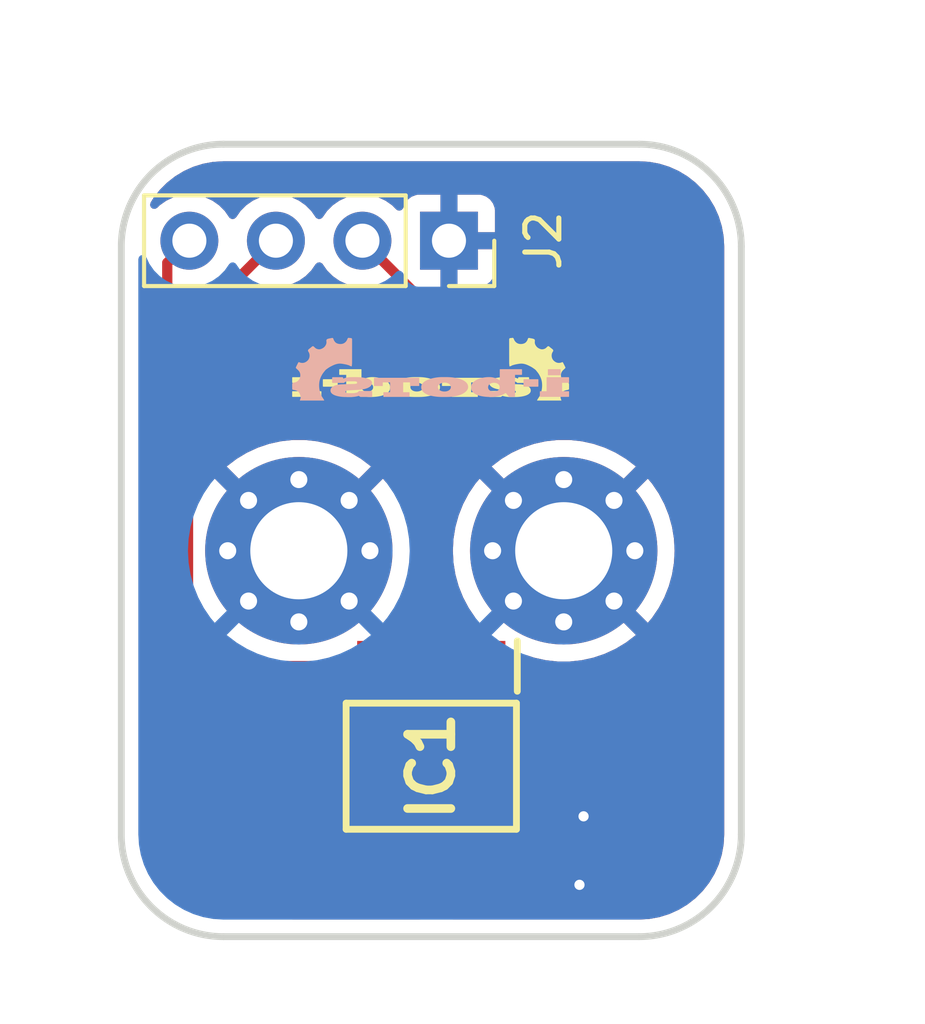
<source format=kicad_pcb>
(kicad_pcb (version 20240108) (generator "pcbnew") (generator_version "8.0")
  (layers (0 "F.Cu" signal) (31 "B.Cu" signal) (34 "B.Paste" user) (35 "F.Paste" user) (36 "B.SilkS" user "B.Silkscreen") (37 "F.SilkS" user "F.Silkscreen") (38 "B.Mask" user) (39 "F.Mask" user) (44 "Edge.Cuts" user))
  (net 0 "")
  (net 3 "Encoder B")
  (net 7 "+5V")
  (net 8 "GND")
  (net 12 "Encoder A")
  (footprint "Connector_PinSocket_2.54mm:PinSocket_1x04_P2.54mm_Vertical" (layer "F.Cu") (at 0.519 -15.418 -90)
    (property "Reference" "J2")
    (property "Value" "Conn_01x04_Pin")
  )
  (footprint "Bohrloch:Loch" (layer "F.Cu") (at -3.887801 -6.321985)
    (property "Reference" "REF**" (hide yes))
    (property "Value" "Loch" (hide yes))
  )
  (footprint "Bohrloch:Loch" (layer "F.Cu") (at 3.887801 -6.321985)
    (property "Reference" "REF**" (hide yes))
    (property "Value" "Loch" (hide yes))
  )
  (footprint "AS5047P-ATSM:SOP65P640X120-14N" (layer "F.Cu") (at 0 0 -90)
    (property "Reference" "IC1")
    (property "Value" "AS5047P-ATSM" (hide yes))
  )
  (gr_poly (pts (xy 3.398343 -11.414166) (xy 3.397567 -11.41412) (xy 3.39681 -11.414046) (xy 3.396074 -11.413943) (xy 3.395359 -11.413814) (xy 3.394665 -11.413658) (xy 3.393992 -11.413477) (xy 3.393341 -11.413272) (xy 3.392713 -11.413043) (xy 3.392108 -11.412792) (xy 3.391525 -11.41252) (xy 3.390966 -11.412228) (xy 3.39043 -11.411916) (xy 3.389919 -11.411586) (xy 3.389432 -11.411238) (xy 3.38897 -11.410874) (xy 3.388533 -11.410494) (xy 3.388121 -11.4101) (xy 3.387736 -11.409692) (xy 3.387377 -11.409272) (xy 3.387044 -11.40884) (xy 3.386739 -11.408397) (xy 3.386461 -11.407945) (xy 3.38621 -11.407484) (xy 3.385988 -11.407015) (xy 3.385794 -11.406539) (xy 3.385629 -11.406058) (xy 3.385493 -11.405572) (xy 3.385387 -11.405082) (xy 3.38531 -11.404589) (xy 3.385264 -11.404094) (xy 3.385249 -11.403598) (xy 3.385249 -11.002093) (xy 3.200702 -11.002093) (xy 3.200702 -11.001431) (xy 3.199906 -11.001412) (xy 3.199129 -11.001355) (xy 3.198372 -11.001263) (xy 3.197636 -11.001136) (xy 3.196921 -11.000977) (xy 3.196227 -11.000786) (xy 3.195555 -11.000565) (xy 3.194904 -11.000315) (xy 3.194276 -11.000038) (xy 3.19367 -10.999735) (xy 3.193087 -10.999409) (xy 3.192528 -10.999059) (xy 3.191993 -10.998688) (xy 3.191481 -10.998297) (xy 3.190994 -10.997888) (xy 3.190532 -10.997462) (xy 3.190095 -10.997021) (xy 3.189684 -10.996565) (xy 3.188939 -10.995617) (xy 3.188301 -10.994631) (xy 3.187773 -10.993618) (xy 3.187356 -10.992589) (xy 3.187191 -10.992072) (xy 3.187056 -10.991556) (xy 3.186949 -10.991041) (xy 3.186873 -10.990531) (xy 3.186827 -10.990025) (xy 3.186811 -10.989525) (xy 3.186811 -10.84665) (xy 3.186827 -10.845863) (xy 3.186873 -10.845114) (xy 3.186949 -10.844402) (xy 3.187056 -10.843726) (xy 3.187191 -10.843086) (xy 3.187356 -10.84248) (xy 3.18755 -10.841908) (xy 3.187773 -10.841368) (xy 3.188023 -10.840861) (xy 3.188301 -10.840385) (xy 3.188607 -10.839939) (xy 3.188939 -10.839522) (xy 3.189298 -10.839134) (xy 3.189684 -10.838774) (xy 3.190095 -10.838441) (xy 3.190532 -10.838133) (xy 3.190994 -10.837851) (xy 3.191481 -10.837594) (xy 3.191993 -10.837359) (xy 3.192528 -10.837148) (xy 3.193087 -10.836958) (xy 3.19367 -10.836789) (xy 3.194276 -10.83664) (xy 3.194904 -10.836511) (xy 3.196227 -10.836306) (xy 3.197636 -10.836168) (xy 3.199129 -10.836091) (xy 3.200702 -10.836066) (xy 4.03414 -10.836066) (xy 4.034752 -10.836095) (xy 4.035348 -10.836179) (xy 4.035929 -10.836316) (xy 4.036493 -10.836503) (xy 4.037041 -10.836738) (xy 4.037572 -10.837017) (xy 4.038087 -10.837338) (xy 4.038584 -10.837699) (xy 4.039063 -10.838097) (xy 4.039525 -10.838529) (xy 4.039969 -10.838993) (xy 4.040395 -10.839485) (xy 4.040802 -10.840003) (xy 4.041191 -10.840545) (xy 4.041561 -10.841108) (xy 4.041912 -10.841689) (xy 4.042243 -10.842285) (xy 4.042555 -10.842894) (xy 4.042847 -10.843514) (xy 4.043118 -10.844141) (xy 4.043601 -10.845407) (xy 4.043999 -10.84667) (xy 4.044313 -10.847911) (xy 4.044539 -10.849107) (xy 4.044677 -10.850237) (xy 4.044711 -10.850771) (xy 4.044723 -10.85128) (xy 4.044723 -10.991509) (xy 4.044702 -10.992121) (xy 4.04464 -10.992718) (xy 4.044538 -10.993299) (xy 4.044399 -10.993863) (xy 4.044223 -10.994411) (xy 4.044012 -10.994942) (xy 4.043768 -10.995456) (xy 4.043493 -10.995953) (xy 4.043188 -10.996433) (xy 4.042854 -10.996895) (xy 4.042493 -10.997339) (xy 4.042107 -10.997765) (xy 4.041697 -10.998172) (xy 4.041265 -10.998561) (xy 4.040812 -10.998931) (xy 4.040341 -10.999281) (xy 4.039852 -10.999613) (xy 4.039347 -10.999924) (xy 4.038828 -11.000216) (xy 4.038296 -11.000488) (xy 4.037753 -11.000739) (xy 4.0372 -11.00097) (xy 4.036639 -11.00118) (xy 4.036072 -11.001369) (xy 4.0355 -11.001537) (xy 4.034925 -11.001683) (xy 4.034348 -11.001807) (xy 4.033771 -11.001909) (xy 4.033196 -11.001989) (xy 4.032623 -11.002046) (xy 4.032055 -11.002081) (xy 4.031494 -11.002093) (xy 3.839671 -11.002093) (xy 3.839671 -11.247494) (xy 4.024879 -11.247494) (xy 4.027064 -11.247532) (xy 4.02915 -11.24765) (xy 4.031132 -11.247847) (xy 4.033003 -11.248124) (xy 4.034757 -11.248483) (xy 4.03639 -11.248924) (xy 4.037895 -11.249448) (xy 4.039266 -11.250057) (xy 4.040497 -11.250751) (xy 4.041584 -11.251531) (xy 4.04207 -11.251954) (xy 4.042519 -11.252398) (xy 4.042928 -11.252865) (xy 4.043297 -11.253354) (xy 4.043625 -11.253865) (xy 4.043912 -11.254398) (xy 4.044157 -11.254954) (xy 4.044359 -11.255533) (xy 4.044517 -11.256135) (xy 4.044631 -11.256759) (xy 4.0447 -11.257406) (xy 4.044723 -11.258077) (xy 4.044723 -11.393676) (xy 4.044646 -11.396086) (xy 4.044418 -11.398355) (xy 4.044249 -11.399436) (xy 4.044043 -11.400481) (xy 4.043801 -11.401489) (xy 4.043524 -11.402461) (xy 4.043212 -11.403396) (xy 4.042866 -11.404294) (xy 4.042486 -11.405154) (xy 4.042072 -11.405977) (xy 4.041625 -11.406763) (xy 4.041146 -11.40751) (xy 4.040635 -11.408219) (xy 4.040093 -11.408889) (xy 4.039519 -11.409521) (xy 4.038915 -11.410114) (xy 4.038281 -11.410667) (xy 4.037617 -11.411181) (xy 4.036925 -11.411656) (xy 4.036203 -11.41209) (xy 4.035454 -11.412484) (xy 4.034677 -11.412838) (xy 4.033873 -11.41315) (xy 4.033042 -11.413422) (xy 4.032185 -11.413653) (xy 4.031303 -11.413843) (xy 4.030395 -11.41399) (xy 4.029462 -11.414096) (xy 4.028506 -11.41416) (xy 4.027525 -11.414181) (xy 3.39914 -11.414181)) (stroke (width -0.000001)) (fill solid) (layer "B.SilkS"))
  (gr_poly (pts (xy -1.670411 -11.396303) (xy -1.671802 -11.396233) (xy -1.673123 -11.396091) (xy -1.673756 -11.395986) (xy -1.67437 -11.395857) (xy -1.674965 -11.395699) (xy -1.67554 -11.39551) (xy -1.676094 -11.395288) (xy -1.676628 -11.395031) (xy -1.677141 -11.394735) (xy -1.677631 -11.394399) (xy -1.6781 -11.394019) (xy -1.678545 -11.393593) (xy -1.678968 -11.393119) (xy -1.679366 -11.392594) (xy -1.679741 -11.392015) (xy -1.680091 -11.39138) (xy -1.680415 -11.390687) (xy -1.680714 -11.389932) (xy -1.680987 -11.389114) (xy -1.681233 -11.388229) (xy -1.681452 -11.387276) (xy -1.681643 -11.386251) (xy -1.681806 -11.385152) (xy -1.681941 -11.383977) (xy -1.682046 -11.382723) (xy -1.682122 -11.381388) (xy -1.682168 -11.379968) (xy -1.682183 -11.378462) (xy -1.682183 -11.166134) (xy -1.682159 -11.165128) (xy -1.682084 -11.164103) (xy -1.681952 -11.16307) (xy -1.68176 -11.162041) (xy -1.681501 -11.161028) (xy -1.681172 -11.160042) (xy -1.680767 -11.159094) (xy -1.680535 -11.158638) (xy -1.680282 -11.158197) (xy -1.680007 -11.157771) (xy -1.679711 -11.157361) (xy -1.679392 -11.156971) (xy -1.679051 -11.1566) (xy -1.678685 -11.15625) (xy -1.678295 -11.155924) (xy -1.67788 -11.155621) (xy -1.677439 -11.155344) (xy -1.676973 -11.155094) (xy -1.676479 -11.154873) (xy -1.675959 -11.154682) (xy -1.67541 -11.154523) (xy -1.674833 -11.154396) (xy -1.674226 -11.154304) (xy -1.67359 -11.154247) (xy -1.672923 -11.154228) (xy -1.432152 -11.154228) (xy -1.430481 -11.154246) (xy -1.4297 -11.154289) (xy -1.428958 -11.154373) (xy -1.428603 -11.154434) (xy -1.428259 -11.154511) (xy -1.427926 -11.154604) (xy -1.427605 -11.154716) (xy -1.427297 -11.154849) (xy -1.427 -11.155003) (xy -1.426717 -11.155182) (xy -1.426447 -11.155386) (xy -1.42619 -11.155616) (xy -1.425947 -11.155876) (xy -1.425719 -11.156166) (xy -1.425505 -11.156489) (xy -1.425306 -11.156845) (xy -1.425123 -11.157237) (xy -1.424955 -11.157666) (xy -1.424803 -11.158135) (xy -1.424668 -11.158644) (xy -1.42455 -11.159195) (xy -1.424449 -11.15979) (xy -1.424365 -11.160432) (xy -1.4243 -11.16112) (xy -1.424252 -11.161858) (xy -1.424224 -11.162647) (xy -1.424214 -11.163488) (xy -1.424214 -11.261384) (xy -1.209901 -11.261384) (xy -1.209901 -10.97365) (xy -1.394448 -10.97365) (xy -1.394448 -10.972988) (xy -1.396831 -10.972952) (xy -1.397943 -10.972901) (xy -1.398996 -10.972823) (xy -1.399988 -10.972714) (xy -1.400913 -10.97257) (xy -1.401769 -10.972387) (xy -1.402551 -10.972161) (xy -1.403256 -10.97189) (xy -1.40388 -10.971567) (xy -1.40416 -10.971386) (xy -1.404418 -10.971191) (xy -1.404654 -10.970981) (xy -1.404867 -10.970756) (xy -1.405056 -10.970515) (xy -1.405223 -10.970259) (xy -1.405364 -10.969986) (xy -1.405482 -10.969696) (xy -1.405574 -10.969389) (xy -1.40564 -10.969064) (xy -1.40568 -10.96872) (xy -1.405693 -10.968358) (xy -1.405693 -10.840035) (xy -1.40568 -10.839673) (xy -1.40564 -10.839329) (xy -1.405574 -10.839004) (xy -1.405482 -10.838697) (xy -1.405364 -10.838407) (xy -1.405223 -10.838134) (xy -1.405056 -10.837878) (xy -1.404867 -10.837637) (xy -1.404654 -10.837413) (xy -1.404418 -10.837203) (xy -1.40416 -10.837007) (xy -1.40388 -10.836826) (xy -1.403578 -10.836658) (xy -1.403256 -10.836504) (xy -1.402914 -10.836362) (xy -1.402551 -10.836232) (xy -1.40217 -10.836113) (xy -1.401769 -10.836006) (xy -1.40135 -10.83591) (xy -1.400913 -10.835824) (xy -1.400459 -10.835747) (xy -1.399988 -10.835679) (xy -1.3995 -10.835621) (xy -1.398996 -10.83557) (xy -1.397943 -10.835492) (xy -1.396831 -10.835441) (xy -1.395665 -10.835413) (xy -1.394448 -10.835405) (xy -0.646339 -10.835405) (xy -0.646026 -10.835415) (xy -0.645705 -10.835444) (xy -0.645379 -10.835493) (xy -0.645049 -10.835561) (xy -0.644715 -10.83565) (xy -0.644379 -10.835758) (xy -0.644041 -10.835887) (xy -0.643704 -10.836035) (xy -0.643367 -10.836204) (xy -0.643033 -10.836394) (xy -0.642702 -10.836604) (xy -0.642374 -10.836835) (xy -0.642053 -10.837087) (xy -0.641737 -10.837359) (xy -0.64143 -10.837653) (xy -0.64113 -10.837968) (xy -0.640841 -10.838304) (xy -0.640562 -10.838662) (xy -0.640295 -10.839041) (xy -0.640041 -10.839442) (xy -0.639801 -10.839865) (xy -0.639577 -10.840309) (xy -0.639368 -10.840776) (xy -0.639177 -10.841265) (xy -0.639004 -10.841776) (xy -0.638851 -10.84231) (xy -0.638718 -10.842866) (xy -0.638607 -10.843444) (xy -0.638519 -10.844046) (xy -0.638455 -10.84467) (xy -0.638415 -10.845318) (xy -0.638402 -10.845988) (xy -0.638402 -10.963066) (xy -0.638413 -10.963444) (xy -0.638447 -10.963832) (xy -0.63858 -10.964632) (xy -0.638794 -10.965456) (xy -0.639084 -10.966291) (xy -0.639443 -10.967126) (xy -0.639867 -10.96795) (xy -0.640348 -10.96875) (xy -0.640882 -10.969516) (xy -0.641463 -10.970235) (xy -0.642084 -10.970895) (xy -0.64274 -10.971486) (xy -0.643079 -10.971752) (xy -0.643425 -10.971996) (xy -0.643776 -10.972217) (xy -0.644133 -10.972413) (xy -0.644494 -10.972583) (xy -0.644859 -10.972725) (xy -0.645226 -10.972838) (xy -0.645596 -10.97292) (xy -0.645967 -10.972971) (xy -0.646339 -10.972988) (xy -0.824933 -10.972988) (xy -0.824933 -11.260723) (xy -0.624511 -11.260723) (xy -0.624511 -11.160842) (xy -0.624494 -11.160362) (xy -0.624443 -11.159911) (xy -0.62436 -11.159489) (xy -0.624247 -11.159096) (xy -0.624103 -11.158729) (xy -0.623931 -11.158389) (xy -0.623733 -11.158074) (xy -0.623509 -11.157783) (xy -0.623261 -11.157516) (xy -0.622989 -11.15727) (xy -0.622697 -11.157046) (xy -0.622384 -11.156843) (xy -0.622052 -11.156658) (xy -0.621702 -11.156493) (xy -0.621337 -11.156344) (xy -0.620956 -11.156212) (xy -0.620562 -11.156096) (xy -0.620156 -11.155994) (xy -0.619738 -11.155906) (xy -0.619311 -11.15583) (xy -0.618434 -11.155712) (xy -0.617535 -11.155633) (xy -0.616624 -11.155586) (xy -0.615712 -11.155561) (xy -0.613928 -11.155551) (xy -0.364558 -11.155551) (xy -0.363335 -11.155597) (xy -0.362148 -11.155733) (xy -0.361003 -11.155956) (xy -0.359907 -11.156264) (xy -0.358866 -11.156653) (xy -0.358367 -11.156877) (xy -0.357884 -11.15712) (xy -0.357418 -11.157383) (xy -0.356969 -11.157664) (xy -0.356537 -11.157962) (xy -0.356125 -11.158279) (xy -0.355731 -11.158613) (xy -0.355358 -11.158965) (xy -0.355006 -11.159333) (xy -0.354675 -11.159717) (xy -0.354367 -11.160118) (xy -0.354081 -11.160533) (xy -0.353819 -11.160965) (xy -0.353582 -11.161411) (xy -0.35337 -11.161872) (xy -0.353184 -11.162346) (xy -0.353024 -11.162835) (xy -0.352892 -11.163337) (xy -0.352788 -11.163852) (xy -0.352713 -11.16438) (xy -0.352667 -11.16492) (xy -0.352652 -11.165473) (xy -0.352652 -11.385738) (xy -0.352664 -11.386234) (xy -0.352698 -11.386729) (xy -0.352754 -11.387222) (xy -0.352833 -11.387712) (xy -0.352933 -11.388199) (xy -0.353053 -11.38868) (xy -0.353355 -11.389624) (xy -0.353734 -11.390538) (xy -0.354187 -11.391412) (xy -0.354709 -11.392241) (xy -0.354996 -11.392635) (xy -0.355298 -11.393014) (xy -0.355616 -11.393379) (xy -0.355948 -11.393726) (xy -0.356296 -11.394056) (xy -0.356657 -11.394368) (xy -0.357032 -11.394661) (xy -0.35742 -11.394933) (xy -0.357821 -11.395184) (xy -0.358233 -11.395412) (xy -0.358658 -11.395617) (xy -0.359093 -11.395798) (xy -0.359539 -11.395954) (xy -0.359996 -11.396084) (xy -0.360462 -11.396186) (xy -0.360937 -11.396261) (xy -0.361421 -11.396306) (xy -0.361913 -11.396322) (xy -1.668954 -11.396322)) (stroke (width -0.000001)) (fill solid) (layer "B.SilkS"))
  (gr_poly (pts (xy 3.440603 -11.648944) (xy 3.438496 -11.648777) (xy 3.436482 -11.648493) (xy 3.434569 -11.648089) (xy 3.432764 -11.647561) (xy 3.431905 -11.64725) (xy 3.431076 -11.646906) (xy 3.430277 -11.646529) (xy 3.429511 -11.646118) (xy 3.428778 -11.645674) (xy 3.428078 -11.645195) (xy 3.427414 -11.644682) (xy 3.426785 -11.644133) (xy 3.426193 -11.643548) (xy 3.425639 -11.642927) (xy 3.425124 -11.642269) (xy 3.424648 -11.641573) (xy 3.424213 -11.64084) (xy 3.42382 -11.640069) (xy 3.42347 -11.639259) (xy 3.423163 -11.63841) (xy 3.4229 -11.637521) (xy 3.422683 -11.636591) (xy 3.422513 -11.635621) (xy 3.42239 -11.63461) (xy 3.422316 -11.633557) (xy 3.422291 -11.632462) (xy 3.422291 -11.482973) (xy 3.422345 -11.481727) (xy 3.42251 -11.480477) (xy 3.422635 -11.479854) (xy 3.422788 -11.479234) (xy 3.422969 -11.47862) (xy 3.423179 -11.478012) (xy 3.423419 -11.477411) (xy 3.423687 -11.47682) (xy 3.423986 -11.476239) (xy 3.424314 -11.475671) (xy 3.424672 -11.475116) (xy 3.42506 -11.474576) (xy 3.425479 -11.474052) (xy 3.425929 -11.473547) (xy 3.426409 -11.473061) (xy 3.426921 -11.472595) (xy 3.427465 -11.472152) (xy 3.42804 -11.471733) (xy 3.428647 -11.471339) (xy 3.429286 -11.470971) (xy 3.429958 -11.470632) (xy 3.430662 -11.470322) (xy 3.4314 -11.470043) (xy 3.43217 -11.469797) (xy 3.432974 -11.469585) (xy 3.433812 -11.469408) (xy 3.434683 -11.469267) (xy 3.435589 -11.469165) (xy 3.436529 -11.469103) (xy 3.437504 -11.469082) (xy 3.78477 -11.469082) (xy 3.786343 -11.469099) (xy 3.787836 -11.469153) (xy 3.789245 -11.469252) (xy 3.790568 -11.469402) (xy 3.791802 -11.469611) (xy 3.792944 -11.469884) (xy 3.793991 -11.470229) (xy 3.794478 -11.470431) (xy 3.79494 -11.470653) (xy 3.795377 -11.470896) (xy 3.795788 -11.471162) (xy 3.796173 -11.47145) (xy 3.796533 -11.471763) (xy 3.796865 -11.4721) (xy 3.797171 -11.472462) (xy 3.797449 -11.472851) (xy 3.797699 -11.473268) (xy 3.797922 -11.473712) (xy 3.798115 -11.474186) (xy 3.79828 -11.474689) (xy 3.798416 -11.475222) (xy 3.798523 -11.475788) (xy 3.798599 -11.476385) (xy 3.798645 -11.477016) (xy 3.79866 -11.477681) (xy 3.79866 -11.639077) (xy 3.798645 -11.639513) (xy 3.798599 -11.639951) (xy 3.798521 -11.640391) (xy 3.798414 -11.640832) (xy 3.798275 -11.641273) (xy 3.798107 -11.641712) (xy 3.797908 -11.642148) (xy 3.797679 -11.64258) (xy 3.797419 -11.643008) (xy 3.79713 -11.64343) (xy 3.796811 -11.643844) (xy 3.796463 -11.644251) (xy 3.796085 -11.644648) (xy 3.795677 -11.645035) (xy 3.79524 -11.645411) (xy 3.794774 -11.645774) (xy 3.794279 -11.646124) (xy 3.793755 -11.646459) (xy 3.793202 -11.646778) (xy 3.792621 -11.64708) (xy 3.792011 -11.647365) (xy 3.791372 -11.64763) (xy 3.790705 -11.647875) (xy 3.79001 -11.648099) (xy 3.789286 -11.648301) (xy 3.788535 -11.64848) (xy 3.787756 -11.648634) (xy 3.786949 -11.648762) (xy 3.786115 -11.648864) (xy 3.785253 -11.648938) (xy 3.784363 -11.648983) (xy 3.783447 -11.648999) (xy 3.442796 -11.648999)) (stroke (width -0.000001)) (fill solid) (layer "B.SilkS"))
  (gr_poly (pts (xy -2.424484 -12.568591) (xy -2.426806 -12.568475) (xy -2.429043 -12.568248) (xy -2.431199 -12.567908) (xy -2.433277 -12.567454) (xy -2.435281 -12.566884) (xy -2.437213 -12.566196) (xy -2.439077 -12.565388) (xy -2.440876 -12.564457) (xy -2.442613 -12.563403) (xy -2.444291 -12.562222) (xy -2.445913 -12.560914) (xy -2.447483 -12.559476) (xy -2.449003 -12.557906) (xy -2.450477 -12.556202) (xy -2.451908 -12.554362) (xy -2.453299 -12.552386) (xy -2.454653 -12.550269) (xy -2.455974 -12.548011) (xy -2.458526 -12.543063) (xy -2.460982 -12.537526) (xy -2.463366 -12.531384) (xy -2.465661 -12.525237) (xy -2.468085 -12.519196) (xy -2.470643 -12.51326) (xy -2.473339 -12.507427) (xy -2.476179 -12.501694) (xy -2.479167 -12.496061) (xy -2.482308 -12.490524) (xy -2.485607 -12.485082) (xy -2.489069 -12.479733) (xy -2.492698 -12.474476) (xy -2.4965 -12.469307) (xy -2.50048 -12.464226) (xy -2.504641 -12.459229) (xy -2.508989 -12.454317) (xy -2.51353 -12.449485) (xy -2.518267 -12.444733) (xy -2.527312 -12.436304) (xy -2.536587 -12.428615) (xy -2.546089 -12.421647) (xy -2.555815 -12.415381) (xy -2.565761 -12.409797) (xy -2.575926 -12.404875) (xy -2.586306 -12.400597) (xy -2.596898 -12.396943) (xy -2.607699 -12.393893) (xy -2.618706 -12.391429) (xy -2.629917 -12.38953) (xy -2.641329 -12.388178) (xy -2.652938 -12.387354) (xy -2.664742 -12.387036) (xy -2.676738 -12.387208) (xy -2.688923 -12.387848) (xy -2.697193 -12.388578) (xy -2.70538 -12.389534) (xy -2.713477 -12.390724) (xy -2.721479 -12.392158) (xy -2.729381 -12.393843) (xy -2.737176 -12.395789) (xy -2.744859 -12.398005) (xy -2.752423 -12.400498) (xy -2.759864 -12.403279) (xy -2.767175 -12.406354) (xy -2.77435 -12.409734) (xy -2.781383 -12.413428) (xy -2.788269 -12.417442) (xy -2.795002 -12.421788) (xy -2.801577 -12.426472) (xy -2.807986 -12.431504) (xy -2.811405 -12.434432) (xy -2.814722 -12.437505) (xy -2.817942 -12.440711) (xy -2.821071 -12.444041) (xy -2.824114 -12.447482) (xy -2.827078 -12.451026) (xy -2.829968 -12.454661) (xy -2.832791 -12.458376) (xy -2.835551 -12.462161) (xy -2.838255 -12.466004) (xy -2.843519 -12.473827) (xy -2.848627 -12.481758) (xy -2.853627 -12.489712) (xy -2.85531 -12.492595) (xy -2.856895 -12.495535) (xy -2.858391 -12.498527) (xy -2.859807 -12.501567) (xy -2.861154 -12.504649) (xy -2.86244 -12.507769) (xy -2.864871 -12.514104) (xy -2.869439 -12.527012) (xy -2.871731 -12.533509) (xy -2.874131 -12.539983) (xy -2.875887 -12.544233) (xy -2.876782 -12.546199) (xy -2.877693 -12.54806) (xy -2.878622 -12.549819) (xy -2.879572 -12.551477) (xy -2.880544 -12.553034) (xy -2.881542 -12.554494) (xy -2.882568 -12.555856) (xy -2.883625 -12.557124) (xy -2.884715 -12.558297) (xy -2.88584 -12.559377) (xy -2.887004 -12.560367) (xy -2.888209 -12.561267) (xy -2.889457 -12.562078) (xy -2.890751 -12.562803) (xy -2.892093 -12.563443) (xy -2.893487 -12.563999) (xy -2.894934 -12.564473) (xy -2.896437 -12.564865) (xy -2.897998 -12.565179) (xy -2.899621 -12.565414) (xy -2.901308 -12.565572) (xy -2.90306 -12.565656) (xy -2.904882 -12.565666) (xy -2.906775 -12.565604) (xy -2.908742 -12.565471) (xy -2.910785 -12.565268) (xy -2.915111 -12.564662) (xy -2.919773 -12.563796) (xy -2.931679 -12.561426) (xy -2.943585 -12.559227) (xy -2.967397 -12.555031) (xy -2.979304 -12.552879) (xy -2.99121 -12.550587) (xy -3.003116 -12.548078) (xy -3.015023 -12.545275) (xy -3.024434 -12.542892) (xy -3.03308 -12.540413) (xy -3.040967 -12.537774) (xy -3.048106 -12.534909) (xy -3.051397 -12.533371) (xy -3.054504 -12.531753) (xy -3.057429 -12.530045) (xy -3.060171 -12.528241) (xy -3.062733 -12.526332) (xy -3.065115 -12.524309) (xy -3.067319 -12.522165) (xy -3.069345 -12.519891) (xy -3.071195 -12.51748) (xy -3.072869 -12.514923) (xy -3.07437 -12.512213) (xy -3.075697 -12.50934) (xy -3.076853 -12.506298) (xy -3.077837 -12.503077) (xy -3.078652 -12.49967) (xy -3.079298 -12.496068) (xy -3.079776 -12.492265) (xy -3.080088 -12.48825) (xy -3.080234 -12.484017) (xy -3.080216 -12.479557) (xy -3.080035 -12.474861) (xy -3.079691 -12.469923) (xy -3.078522 -12.459285) (xy -3.077472 -12.449238) (xy -3.077031 -12.439429) (xy -3.077177 -12.429848) (xy -3.077882 -12.420487) (xy -3.079122 -12.411334) (xy -3.080871 -12.402382) (xy -3.083105 -12.393619) (xy -3.085799 -12.385037) (xy -3.088926 -12.376625) (xy -3.092462 -12.368373) (xy -3.096382 -12.360274) (xy -3.100661 -12.352315) (xy -3.105273 -12.344488) (xy -3.110193 -12.336784) (xy -3.115395 -12.329191) (xy -3.120856 -12.321702) (xy -3.126436 -12.31467) (xy -3.13226 -12.307953) (xy -3.138322 -12.301543) (xy -3.144617 -12.29543) (xy -3.151141 -12.289603) (xy -3.157889 -12.284053) (xy -3.164855 -12.278771) (xy -3.172036 -12.273746) (xy -3.179427 -12.26897) (xy -3.187021 -12.264431) (xy -3.194815 -12.260122) (xy -3.202804 -12.256031) (xy -3.210983 -12.25215) (xy -3.219347 -12.248469) (xy -3.227891 -12.244977) (xy -3.236611 -12.241665) (xy -3.245378 -12.238717) (xy -3.254071 -12.236308) (xy -3.262692 -12.23442) (xy -3.271244 -12.233035) (xy -3.279731 -12.232135) (xy -3.288154 -12.231701) (xy -3.296517 -12.231714) (xy -3.304824 -12.232157) (xy -3.313076 -12.23301) (xy -3.321276 -12.234256) (xy -3.329428 -12.235876) (xy -3.337535 -12.237852) (xy -3.345599 -12.240164) (xy -3.353623 -12.242796) (xy -3.361611 -12.245728) (xy -3.369564 -12.248941) (xy -3.374246 -12.251164) (xy -3.378866 -12.253603) (xy -3.383424 -12.256243) (xy -3.38792 -12.25907) (xy -3.392353 -12.262067) (xy -3.396725 -12.26522) (xy -3.401035 -12.268511) (xy -3.405283 -12.271927) (xy -3.409468 -12.275451) (xy -3.413592 -12.279069) (xy -3.421654 -12.286521) (xy -3.429467 -12.294158) (xy -3.437033 -12.301858) (xy -3.442218 -12.306865) (xy -3.447138 -12.311219) (xy -3.449513 -12.313151) (xy -3.451837 -12.314918) (xy -3.454118 -12.316522) (xy -3.45636 -12.31796) (xy -3.458569 -12.319235) (xy -3.460751 -12.320344) (xy -3.462911 -12.321288) (xy -3.465054 -12.322066) (xy -3.467187 -12.322679) (xy -3.469315 -12.323126) (xy -3.471444 -12.323407) (xy -3.473578 -12.323521) (xy -3.475724 -12.323469) (xy -3.477888 -12.323249) (xy -3.480074 -12.322863) (xy -3.482288 -12.322309) (xy -3.484537 -12.321588) (xy -3.486824 -12.320698) (xy -3.489157 -12.319641) (xy -3.491541 -12.318415) (xy -3.493981 -12.317021) (xy -3.496482 -12.315458) (xy -3.499051 -12.313725) (xy -3.501693 -12.311824) (xy -3.507217 -12.307512) (xy -3.5131 -12.30252) (xy -3.522642 -12.294175) (xy -3.532386 -12.285993) (xy -3.542285 -12.277951) (xy -3.552292 -12.270025) (xy -3.592476 -12.23902) (xy -3.595136 -12.236902) (xy -3.59766 -12.234764) (xy -3.600048 -12.232607) (xy -3.602298 -12.230431) (xy -3.60441 -12.228235) (xy -3.606383 -12.22602) (xy -3.608217 -12.223786) (xy -3.609911 -12.221532) (xy -3.611465 -12.219259) (xy -3.612877 -12.216967) (xy -3.614148 -12.214655) (xy -3.615276 -12.212324) (xy -3.616262 -12.209973) (xy -3.617104 -12.207603) (xy -3.617802 -12.205214) (xy -3.618355 -12.202805) (xy -3.618763 -12.200377) (xy -3.619024 -12.197929) (xy -3.61914 -12.195462) (xy -3.619108 -12.192976) (xy -3.618928 -12.19047) (xy -3.6186 -12.187945) (xy -3.618123 -12.185401) (xy -3.617497 -12.182837) (xy -3.61672 -12.180254) (xy -3.615793 -12.177651) (xy -3.614714 -12.175029) (xy -3.613483 -12.172388) (xy -3.612099 -12.169727) (xy -3.610563 -12.167047) (xy -3.608872 -12.164348) (xy -3.607027 -12.161629) (xy -3.602015 -12.154134) (xy -3.597398 -12.14642) (xy -3.593172 -12.138504) (xy -3.589337 -12.130402) (xy -3.585891 -12.122133) (xy -3.582832 -12.113712) (xy -3.58016 -12.105157) (xy -3.577871 -12.096486) (xy -3.574441 -12.07886) (xy -3.572529 -12.060972) (xy -3.572123 -12.042958) (xy -3.57321 -12.024955) (xy -3.575777 -12.007099) (xy -3.579813 -11.989527) (xy -3.585304 -11.972376) (xy -3.592237 -11.955781) (xy -3.596241 -11.947736) (xy -3.600601 -11.93988) (xy -3.605315 -11.932233) (xy -3.610382 -11.92481) (xy -3.6158 -11.917629) (xy -3.621568 -11.910707) (xy -3.627684 -11.904061) (xy -3.634147 -11.897707) (xy -3.645497 -11.887577) (xy -3.656984 -11.878277) (xy -3.66862 -11.869814) (xy -3.680418 -11.862195) (xy -3.69239 -11.855429) (xy -3.704549 -11.849524) (xy -3.716908 -11.844487) (xy -3.729479 -11.840326) (xy -3.742275 -11.837048) (xy -3.755309 -11.834662) (xy -3.768592 -11.833175) (xy -3.782138 -11.832595) (xy -3.795959 -11.832929) (xy -3.810067 -11.834186) (xy -3.824477 -11.836374) (xy -3.839199 -11.839499) (xy -3.843195 -11.840525) (xy -3.847229 -11.841628) (xy -3.85128 -11.842824) (xy -3.855322 -11.844129) (xy -3.859333 -11.845558) (xy -3.863291 -11.847126) (xy -3.865242 -11.847968) (xy -3.86717 -11.84885) (xy -3.869074 -11.849774) (xy -3.870949 -11.850744) (xy -3.872606 -11.851622) (xy -3.874228 -11.852397) (xy -3.875816 -11.853072) (xy -3.87737 -11.853649) (xy -3.87889 -11.854129) (xy -3.880376 -11.854515) (xy -3.881828 -11.854809) (xy -3.883248 -11.855012) (xy -3.884634 -11.855127) (xy -3.885988 -11.855156) (xy -3.88731 -11.855101) (xy -3.888599 -11.854964) (xy -3.889856 -11.854747) (xy -3.891082 -11.854453) (xy -3.892276 -11.854082) (xy -3.893438 -11.853637) (xy -3.89457 -11.853121) (xy -3.895671 -11.852536) (xy -3.896742 -11.851882) (xy -3.897782 -11.851163) (xy -3.898792 -11.850381) (xy -3.899772 -11.849537) (xy -3.900723 -11.848634) (xy -3.901645 -11.847674) (xy -3.903401 -11.84559) (xy -3.905042 -11.843301) (xy -3.906572 -11.840824) (xy -3.907991 -11.838176) (xy -3.925705 -11.804028) (xy -3.943048 -11.76988) (xy -3.959895 -11.735485) (xy -3.968093 -11.718116) (xy -3.976121 -11.700593) (xy -3.976397 -11.699886) (xy -3.976605 -11.699132) (xy -3.976748 -11.698334) (xy -3.976829 -11.697495) (xy -3.97685 -11.696618) (xy -3.976813 -11.695706) (xy -3.976721 -11.694763) (xy -3.976576 -11.693792) (xy -3.976137 -11.691777) (xy -3.975517 -11.689686) (xy -3.974733 -11.687545) (xy -3.973806 -11.685379) (xy -3.972755 -11.683213) (xy -3.971599 -11.681072) (xy -3.970358 -11.678981) (xy -3.969052 -11.676966) (xy -3.967698 -11.675052) (xy -3.966318 -11.673263) (xy -3.96493 -11.671626) (xy -3.963553 -11.670165) (xy -3.905345 -11.616587) (xy -3.895499 -11.605812) (xy -3.886547 -11.594816) (xy -3.878483 -11.583595) (xy -3.8713 -11.572146) (xy -3.864993 -11.560463) (xy -3.859556 -11.548545) (xy -3.854984 -11.536386) (xy -3.85127 -11.523983) (xy -3.848409 -11.511332) (xy -3.846395 -11.498429) (xy -3.845221 -11.48527) (xy -3.844883 -11.471852) (xy -3.845374 -11.45817) (xy -3.846689 -11.444221) (xy -3.848822 -11.43) (xy -3.851767 -11.415504) (xy -3.853641 -11.407783) (xy -3.855786 -11.400245) (xy -3.858192 -11.392888) (xy -3.860851 -11.385707) (xy -3.863755 -11.378702) (xy -3.866894 -11.371867) (xy -3.870259 -11.365201) (xy -3.873843 -11.358701) (xy -3.877635 -11.352364) (xy -3.881629 -11.346187) (xy -3.885814 -11.340166) (xy -3.890182 -11.3343) (xy -3.894725 -11.328584) (xy -3.899434 -11.323017) (xy -3.904299 -11.317596) (xy -3.909313 -11.312316) (xy -3.915527 -11.3063) (xy -3.922009 -11.300648) (xy -3.928744 -11.295352) (xy -3.93572 -11.290406) (xy -3.942925 -11.2858) (xy -3.950346 -11.281528) (xy -3.95797 -11.277581) (xy -3.965785 -11.273952) (xy -3.973779 -11.270633) (xy -3.981938 -11.267616) (xy -3.99025 -11.264894) (xy -3.998703 -11.262459) (xy -4.007284 -11.260303) (xy -4.01598 -11.258418) (xy -4.024779 -11.256797) (xy -4.033667 -11.255431) (xy -4.036221 -11.255151) (xy -4.0389 -11.25502) (xy -4.04452 -11.254997) (xy -4.050294 -11.254943) (xy -4.053167 -11.254773) (xy -4.055992 -11.254439) (xy -4.058739 -11.253888) (xy -4.060074 -11.253514) (xy -4.061379 -11.253067) (xy -4.06265 -11.252539) (xy -4.063884 -11.251924) (xy -4.065076 -11.251216) (xy -4.066224 -11.250408) (xy -4.067323 -11.249493) (xy -4.06837 -11.248465) (xy -4.069361 -11.247318) (xy -4.070293 -11.246044) (xy -4.071162 -11.244638) (xy -4.071964 -11.243092) (xy -4.072697 -11.2414) (xy -4.073355 -11.239556) (xy -4.074011 -11.237696) (xy -4.074731 -11.235834) (xy -4.0763 -11.232104) (xy -4.077948 -11.228359) (xy -4.079556 -11.224591) (xy -4.080309 -11.222695) (xy -4.081009 -11.220791) (xy -4.081642 -11.218877) (xy -4.082192 -11.216953) (xy -4.082645 -11.215017) (xy -4.082986 -11.213068) (xy -4.083202 -11.211106) (xy -4.083277 -11.209129) (xy -4.083545 -11.17678) (xy -4.083442 -11.144306) (xy -4.082615 -11.079483) (xy -4.08255 -11.075855) (xy -4.08234 -11.072413) (xy -4.081966 -11.069154) (xy -4.081406 -11.066078) (xy -4.081051 -11.064609) (xy -4.080641 -11.063185) (xy -4.080175 -11.061806) (xy -4.07965 -11.060473) (xy -4.079064 -11.059184) (xy -4.078414 -11.057941) (xy -4.077696 -11.056742) (xy -4.07691 -11.055588) (xy -4.076052 -11.054479) (xy -4.07512 -11.053414) (xy -4.074111 -11.052393) (xy -4.073023 -11.051416) (xy -4.071853 -11.050484) (xy -4.070598 -11.049596) (xy -4.069257 -11.048751) (xy -4.067826 -11.04795) (xy -4.066303 -11.047193) (xy -4.064685 -11.046479) (xy -4.06297 -11.045809) (xy -4.061156 -11.045182) (xy -4.059239 -11.044598) (xy -4.057217 -11.044057) (xy -4.055089 -11.043558) (xy -4.05285 -11.043103) (xy -4.023405 -11.037388) (xy -4.008632 -11.034417) (xy -3.993898 -11.031114) (xy -3.979257 -11.027284) (xy -3.971988 -11.02511) (xy -3.964763 -11.022732) (xy -3.957588 -11.020126) (xy -3.95047 -11.017266) (xy -3.943417 -11.01413) (xy -3.936434 -11.010692) (xy -3.929461 -11.00695) (xy -3.922911 -11.002928) (xy -3.916759 -10.998641) (xy -3.910978 -10.994103) (xy -3.905541 -10.989329) (xy -3.900424 -10.984333) (xy -3.895599 -10.979129) (xy -3.891041 -10.973733) (xy -3.886723 -10.968158) (xy -3.882619 -10.962419) (xy -3.878703 -10.956532) (xy -3.874949 -10.950509) (xy -3.87133 -10.944367) (xy -3.867821 -10.938118) (xy -3.861027 -10.925364) (xy -3.859351 -10.921861) (xy -3.857786 -10.918303) (xy -3.85632 -10.914697) (xy -3.85494 -10.911049) (xy -3.852388 -10.903656) (xy -3.85003 -10.896177) (xy -3.845493 -10.88118) (xy -3.843112 -10.873771) (xy -3.840522 -10.866494) (xy -3.837981 -10.859331) (xy -3.836038 -10.852226) (xy -3.834655 -10.845175) (xy -3.833794 -10.838175) (xy -3.833417 -10.831221) (xy -3.833487 -10.82431) (xy -3.833967 -10.817438) (xy -3.834817 -10.8106) (xy -3.836 -10.803794) (xy -3.83748 -10.797015) (xy -3.839216 -10.790259) (xy -3.841173 -10.783522) (xy -3.845595 -10.770091) (xy -3.850444 -10.756692) (xy -3.851655 -10.753435) (xy -3.852821 -10.750108) (xy -3.853955 -10.746704) (xy -3.855074 -10.743214) (xy -3.859704 -10.728249) (xy -3.147976 -10.728249) (xy -3.147261 -10.729896) (xy -3.1466 -10.73138) (xy -3.145412 -10.733954) (xy -3.144347 -10.736155) (xy -3.143344 -10.738171) (xy -3.164097 -10.773476) (xy -3.169421 -10.782322) (xy -3.174877 -10.791098) (xy -3.180504 -10.799765) (xy -3.186339 -10.808285) (xy -3.192811 -10.817393) (xy -3.199079 -10.82661) (xy -3.205139 -10.835935) (xy -3.210989 -10.845368) (xy -3.216626 -10.85491) (xy -3.222046 -10.864561) (xy -3.227248 -10.87432) (xy -3.232228 -10.884188) (xy -3.236983 -10.894164) (xy -3.24151 -10.904248) (xy -3.245807 -10.914441) (xy -3.24987 -10.924743) (xy -3.253697 -10.935153) (xy -3.257284 -10.945672) (xy -3.260629 -10.956299) (xy -3.263729 -10.967035) (xy -3.268821 -10.986522) (xy -3.273426 -11.006039) (xy -3.27754 -11.025585) (xy -3.281155 -11.04516) (xy -3.284266 -11.064761) (xy -3.286867 -11.084389) (xy -3.288953 -11.104041) (xy -3.290518 -11.123718) (xy -3.291556 -11.143418) (xy -3.292061 -11.163141) (xy -3.292027 -11.182885) (xy -3.291448 -11.202649) (xy -3.29032 -11.222432) (xy -3.288635 -11.242234) (xy -3.286388 -11.262054) (xy -3.283573 -11.281889) (xy -3.281126 -11.295835) (xy -3.278262 -11.309646) (xy -3.274996 -11.323327) (xy -3.271346 -11.336883) (xy -3.267328 -11.35032) (xy -3.262958 -11.36364) (xy -3.258252 -11.376851) (xy -3.253228 -11.389955) (xy -3.247902 -11.402959) (xy -3.24229 -11.415867) (xy -3.230274 -11.441415) (xy -3.217312 -11.466637) (xy -3.203537 -11.491572) (xy -3.198726 -11.499798) (xy -3.193731 -11.507868) (xy -3.188569 -11.515794) (xy -3.183259 -11.52359) (xy -3.172259 -11.538848) (xy -3.160872 -11.553749) (xy -3.11424 -11.611957) (xy -3.109763 -11.617309) (xy -3.105031 -11.62246) (xy -3.100066 -11.62743) (xy -3.094892 -11.632235) (xy -3.089532 -11.636893) (xy -3.084009 -11.64142) (xy -3.078347 -11.645836) (xy -3.072568 -11.650156) (xy -3.024943 -11.683395) (xy -3.01642 -11.689284) (xy -3.007735 -11.695042) (xy -2.99891 -11.700661) (xy -2.989968 -11.706132) (xy -2.980934 -11.711448) (xy -2.97183 -11.716602) (xy -2.962679 -11.721585) (xy -2.953505 -11.726389) (xy -2.922323 -11.742182) (xy -2.906729 -11.749923) (xy -2.89108 -11.757478) (xy -2.875338 -11.764785) (xy -2.859464 -11.771782) (xy -2.84342 -11.778407) (xy -2.827166 -11.784598) (xy -2.80789 -11.791189) (xy -2.798129 -11.794205) (xy -2.788296 -11.797021) (xy -2.778396 -11.799628) (xy -2.768438 -11.802015) (xy -2.758427 -11.804174) (xy -2.748371 -11.806095) (xy -2.738276 -11.807768) (xy -2.728149 -11.809183) (xy -2.717996 -11.81033) (xy -2.707825 -11.811201) (xy -2.697643 -11.811784) (xy -2.687456 -11.812072) (xy -2.677271 -11.812052) (xy -2.667094 -11.811718) (xy -2.648711 -11.81059) (xy -2.63029 -11.808772) (xy -2.611853 -11.806381) (xy -2.593424 -11.803532) (xy -2.575026 -11.800342) (xy -2.556682 -11.796928) (xy -2.52025 -11.789889) (xy -2.507105 -11.787202) (xy -2.493968 -11.784143) (xy -2.480846 -11.780774) (xy -2.467747 -11.777156) (xy -2.441651 -11.769426) (xy -2.415741 -11.761447) (xy -2.413399 -11.760628) (xy -2.411084 -11.759672) (xy -2.408793 -11.758595) (xy -2.406521 -11.757416) (xy -2.404265 -11.756151) (xy -2.40202 -11.754819) (xy -2.39755 -11.752021) (xy -2.39308 -11.749161) (xy -2.388579 -11.746378) (xy -2.386307 -11.745059) (xy -2.384016 -11.743812) (xy -2.381701 -11.742654) (xy -2.37936 -11.741603) (xy -2.376747 -11.740648) (xy -2.374116 -11.739762) (xy -2.368787 -11.738161) (xy -2.36335 -11.736731) (xy -2.35778 -11.735402) (xy -2.346153 -11.732766) (xy -2.340048 -11.731321) (xy -2.333719 -11.729697) (xy -2.33098 -11.758946) (xy -2.328179 -11.786582) (xy -2.326969 -11.79999) (xy -2.325999 -11.813227) (xy -2.325354 -11.82637) (xy -2.32512 -11.839499) (xy -2.324459 -12.510879) (xy -2.324581 -12.518319) (xy -2.324968 -12.525034) (xy -2.325654 -12.531062) (xy -2.326119 -12.53383) (xy -2.326671 -12.536438) (xy -2.327314 -12.538893) (xy -2.328052 -12.541198) (xy -2.32889 -12.543358) (xy -2.329831 -12.545377) (xy -2.33088 -12.54726) (xy -2.33204 -12.549012) (xy -2.333316 -12.550636) (xy -2.334712 -12.552137) (xy -2.336232 -12.553521) (xy -2.33788 -12.554791) (xy -2.33966 -12.555951) (xy -2.341577 -12.557007) (xy -2.343634 -12.557962) (xy -2.345836 -12.558822) (xy -2.348187 -12.55959) (xy -2.35069 -12.560271) (xy -2.353351 -12.56087) (xy -2.356172 -12.561392) (xy -2.362315 -12.562218) (xy -2.369151 -12.562787) (xy -2.376715 -12.563134) (xy -2.379967 -12.563166) (xy -2.383257 -12.563269) (xy -2.386563 -12.563448) (xy -2.389861 -12.563713) (xy -2.393129 -12.564071) (xy -2.396341 -12.564529) (xy -2.399477 -12.565097) (xy -2.402511 -12.56578) (xy -2.408616 -12.56708) (xy -2.414296 -12.567992) (xy -2.419577 -12.568501) (xy -2.422076 -12.568599)) (stroke (width -0.000001)) (fill solid) (layer "B.SilkS"))
  (gr_poly (pts (xy 2.721784 -11.354634) (xy 2.721098 -11.354588) (xy 2.720411 -11.35451) (xy 2.719725 -11.3544) (xy 2.719042 -11.35426) (xy 2.718362 -11.354087) (xy 2.717688 -11.353883) (xy 2.717021 -11.353647) (xy 2.716363 -11.353379) (xy 2.715715 -11.353079) (xy 2.715079 -11.352747) (xy 2.714457 -11.352382) (xy 2.713849 -11.351985) (xy 2.713258 -11.351556) (xy 2.712686 -11.351093) (xy 2.712133 -11.350598) (xy 2.711601 -11.35007) (xy 2.711092 -11.349509) (xy 2.710608 -11.348915) (xy 2.710149 -11.348287) (xy 2.709719 -11.347626) (xy 2.709317 -11.346931) (xy 2.708947 -11.346203) (xy 2.708608 -11.345441) (xy 2.708304 -11.344645) (xy 2.708035 -11.343815) (xy 2.707803 -11.342951) (xy 2.707609 -11.342052) (xy 2.707456 -11.341119) (xy 2.707345 -11.340152) (xy 2.707277 -11.33915) (xy 2.707254 -11.338113) (xy 2.707254 -11.146952) (xy 2.707274 -11.146161) (xy 2.707332 -11.145401) (xy 2.707431 -11.144671) (xy 2.707569 -11.143971) (xy 2.707749 -11.143301) (xy 2.707969 -11.14266) (xy 2.708231 -11.142048) (xy 2.708536 -11.141464) (xy 2.708883 -11.140908) (xy 2.709273 -11.14038) (xy 2.709707 -11.139879) (xy 2.710184 -11.139406) (xy 2.710707 -11.138959) (xy 2.711274 -11.138538) (xy 2.711887 -11.138143) (xy 2.712546 -11.137774) (xy 2.713251 -11.13743) (xy 2.714004 -11.137111) (xy 2.714804 -11.136816) (xy 2.715652 -11.136546) (xy 2.716548 -11.136299) (xy 2.717493 -11.136075) (xy 2.718488 -11.135875) (xy 2.719533 -11.135697) (xy 2.720628 -11.135541) (xy 2.721773 -11.135407) (xy 2.722971 -11.135295) (xy 2.72422 -11.135205) (xy 2.726875 -11.135085) (xy 2.729744 -11.135046) (xy 3.12728 -11.135046) (xy 3.128261 -11.135065) (xy 3.129218 -11.135123) (xy 3.13015 -11.13522) (xy 3.131058 -11.135356) (xy 3.13194 -11.13553) (xy 3.132797 -11.135743) (xy 3.133628 -11.135995) (xy 3.134432 -11.136286) (xy 3.135209 -11.136615) (xy 3.135959 -11.136983) (xy 3.13668 -11.13739) (xy 3.137373 -11.137836) (xy 3.138036 -11.138321) (xy 3.13867 -11.138844) (xy 3.139274 -11.139406) (xy 3.139848 -11.140007) (xy 3.140391 -11.140646) (xy 3.140902 -11.141324) (xy 3.141381 -11.142041) (xy 3.141827 -11.142797) (xy 3.142241 -11.143592) (xy 3.142621 -11.144425) (xy 3.142967 -11.145297) (xy 3.143279 -11.146208) (xy 3.143556 -11.147157) (xy 3.143798 -11.148146) (xy 3.144004 -11.149173) (xy 3.144173 -11.150239) (xy 3.144306 -11.151343) (xy 3.144401 -11.152487) (xy 3.144459 -11.153669) (xy 3.144478 -11.154889) (xy 3.144478 -11.342743) (xy 3.144457 -11.34336) (xy 3.144393 -11.343967) (xy 3.144288 -11.344566) (xy 3.144141 -11.345154) (xy 3.143953 -11.345732) (xy 3.143724 -11.346298) (xy 3.143454 -11.346853) (xy 3.143145 -11.347394) (xy 3.142796 -11.347922) (xy 3.142407 -11.348436) (xy 3.14198 -11.348935) (xy 3.141513 -11.349418) (xy 3.141009 -11.349884) (xy 3.140466 -11.350333) (xy 3.139886 -11.350764) (xy 3.139269 -11.351177) (xy 3.138615 -11.35157) (xy 3.137925 -11.351944) (xy 3.137198 -11.352296) (xy 3.136436 -11.352627) (xy 3.135638 -11.352935) (xy 3.134806 -11.353221) (xy 3.133939 -11.353482) (xy 3.133037 -11.35372) (xy 3.132102 -11.353932) (xy 3.131133 -11.354118) (xy 3.13013 -11.354277) (xy 3.129095 -11.35441) (xy 3.128028 -11.354514) (xy 3.126928 -11.354589) (xy 3.125797 -11.354634) (xy 3.124635 -11.35465) (xy 2.722468 -11.35465)) (stroke (width -0.000001)) (fill solid) (layer "B.SilkS"))
  (gr_poly (pts (xy 2.023172 -11.648983) (xy 2.022395 -11.648938) (xy 2.021638 -11.648864) (xy 2.020902 -11.648761) (xy 2.020187 -11.648631) (xy 2.019493 -11.648475) (xy 2.01882 -11.648294) (xy 2.01817 -11.648089) (xy 2.017542 -11.647861) (xy 2.016936 -11.64761) (xy 2.016353 -11.647338) (xy 2.015794 -11.647045) (xy 2.015258 -11.646734) (xy 2.014747 -11.646403) (xy 2.01426 -11.646056) (xy 2.013798 -11.645691) (xy 2.013361 -11.645312) (xy 2.01295 -11.644918) (xy 2.012564 -11.64451) (xy 2.012205 -11.644089) (xy 2.011872 -11.643657) (xy 2.011567 -11.643215) (xy 2.011289 -11.642762) (xy 2.011038 -11.642301) (xy 2.010816 -11.641833) (xy 2.010622 -11.641357) (xy 2.010457 -11.640876) (xy 2.010321 -11.640389) (xy 2.010215 -11.639899) (xy 2.010139 -11.639406) (xy 2.010093 -11.638911) (xy 2.010077 -11.638415) (xy 2.010077 -11.318269) (xy 1.999502 -11.326492) (xy 1.991116 -11.332523) (xy 1.980663 -11.339529) (xy 1.96814 -11.347283) (xy 1.953546 -11.355558) (xy 1.936878 -11.364125) (xy 1.918134 -11.372757) (xy 1.907984 -11.377026) (xy 1.897314 -11.381226) (xy 1.886124 -11.385329) (xy 1.874414 -11.389305) (xy 1.862183 -11.393127) (xy 1.849432 -11.396766) (xy 1.83616 -11.400193) (xy 1.822368 -11.403381) (xy 1.808054 -11.4063) (xy 1.793218 -11.408922) (xy 1.777861 -11.411219) (xy 1.761981 -11.413162) (xy 1.74558 -11.414722) (xy 1.728655 -11.415872) (xy 1.711208 -11.416583) (xy 1.693239 -11.416827) (xy 1.649625 -11.415707) (xy 1.604962 -11.412335) (xy 1.559785 -11.406689) (xy 1.514624 -11.39875) (xy 1.470014 -11.388498) (xy 1.426488 -11.375911) (xy 1.384577 -11.360969) (xy 1.344816 -11.343653) (xy 1.307736 -11.323941) (xy 1.273872 -11.301814) (xy 1.258311 -11.289839) (xy 1.243755 -11.277251) (xy 1.230269 -11.26405) (xy 1.217919 -11.250232) (xy 1.206773 -11.235795) (xy 1.196897 -11.220736) (xy 1.188357 -11.205054) (xy 1.181221 -11.188744) (xy 1.175555 -11.171805) (xy 1.171425 -11.154234) (xy 1.168898 -11.136028) (xy 1.168041 -11.117186) (xy 1.168967 -11.095943) (xy 1.1717 -11.075731) (xy 1.176168 -11.056527) (xy 1.182304 -11.038306) (xy 1.190036 -11.021046) (xy 1.199295 -11.004724) (xy 1.210011 -10.989315) (xy 1.222115 -10.974797) (xy 1.235537 -10.961146) (xy 1.250206 -10.948339) (xy 1.266054 -10.936352) (xy 1.283011 -10.925163) (xy 1.301006 -10.914747) (xy 1.31997 -10.905082) (xy 1.339833 -10.896143) (xy 1.360525 -10.887908) (xy 1.381977 -10.880353) (xy 1.404119 -10.873455) (xy 1.426882 -10.867191) (xy 1.450194 -10.861536) (xy 1.498191 -10.851964) (xy 1.547553 -10.844551) (xy 1.59772 -10.839112) (xy 1.648136 -10.835458) (xy 1.698241 -10.833402) (xy 1.747478 -10.832759) (xy 1.796492 -10.8339) (xy 1.84258 -10.837145) (xy 1.885748 -10.842225) (xy 1.926 -10.848872) (xy 1.963341 -10.856817) (xy 1.997777 -10.865792) (xy 2.029312 -10.875528) (xy 2.05795 -10.885758) (xy 2.083698 -10.896213) (xy 2.106559 -10.906624) (xy 2.126538 -10.916723) (xy 2.14364 -10.926242) (xy 2.169234 -10.942464) (xy 2.183379 -10.953144) (xy 2.278629 -10.843343) (xy 2.279614 -10.842389) (xy 2.280588 -10.841511) (xy 2.281553 -10.840706) (xy 2.282515 -10.839973) (xy 2.283477 -10.83931) (xy 2.284443 -10.838715) (xy 2.285416 -10.838186) (xy 2.286401 -10.83772) (xy 2.287402 -10.837317) (xy 2.288422 -10.836973) (xy 2.289465 -10.836688) (xy 2.290536 -10.836459) (xy 2.291637 -10.836284) (xy 2.292773 -10.836162) (xy 2.293948 -10.83609) (xy 2.295166 -10.836066) (xy 2.436056 -10.836066) (xy 2.439143 -10.83615) (xy 2.44196 -10.836395) (xy 2.443271 -10.836574) (xy 2.444518 -10.83679) (xy 2.445703 -10.837042) (xy 2.446826 -10.837327) (xy 2.447889 -10.837646) (xy 2.448893 -10.837996) (xy 2.44984 -10.838377) (xy 2.45073 -10.838787) (xy 2.451565 -10.839225) (xy 2.452346 -10.839691) (xy 2.453074 -10.840181) (xy 2.45375 -10.840697) (xy 2.454376 -10.841235) (xy 2.454953 -10.841796) (xy 2.455482 -10.842377) (xy 2.455965 -10.842978) (xy 2.456401 -10.843598) (xy 2.456794 -10.844234) (xy 2.45745 -10.845554) (xy 2.457944 -10.846928) (xy 2.458285 -10.848347) (xy 2.458482 -10.849801) (xy 2.458546 -10.85128) (xy 2.458546 -11.121155) (xy 2.007431 -11.121155) (xy 2.007244 -11.114036) (xy 2.006685 -11.107069) (xy 2.005758 -11.100259) (xy 2.004468 -11.093611) (xy 2.002818 -11.08713) (xy 2.000813 -11.08082) (xy 1.998456 -11.074687) (xy 1.995753 -11.068734) (xy 1.992706 -11.062968) (xy 1.98932 -11.057393) (xy 1.9856 -11.052013) (xy 1.981549 -11.046834) (xy 1.977172 -11.04186) (xy 1.972472 -11.037097) (xy 1.967454 -11.032548) (xy 1.962121 -11.02822) (xy 1.956479 -11.024117) (xy 1.950531 -11.020243) (xy 1.944281 -11.016603) (xy 1.937733 -11.013203) (xy 1.930891 -11.010047) (xy 1.92376 -11.00714) (xy 1.916344 -11.004487) (xy 1.908647 -11.002093) (xy 1.900672 -10.999962) (xy 1.892424 -10.998099) (xy 1.883908 -10.99651) (xy 1.875127 -10.995199) (xy 1.866085 -10.994171) (xy 1.856786 -10.99343) (xy 1.847236 -10.992983) (xy 1.837436 -10.992832) (xy 1.819068 -10.993365) (xy 1.801455 -10.994955) (xy 1.784659 -10.997589) (xy 1.768738 -11.001255) (xy 1.753751 -11.005941) (xy 1.739756 -11.011633) (xy 1.73315 -11.014853) (xy 1.726815 -11.01832) (xy 1.720757 -11.022032) (xy 1.714984 -11.025988) (xy 1.709504 -11.030186) (xy 1.704324 -11.034625) (xy 1.699451 -11.039302) (xy 1.694894 -11.044218) (xy 1.690658 -11.049369) (xy 1.686752 -11.054755) (xy 1.683183 -11.060373) (xy 1.679958 -11.066223) (xy 1.677085 -11.072302) (xy 1.674571 -11.07861) (xy 1.672423 -11.085143) (xy 1.67065 -11.091902) (xy 1.669257 -11.098884) (xy 1.668254 -11.106088) (xy 1.667646 -11.113512) (xy 1.667442 -11.121155) (xy 1.667702 -11.128798) (xy 1.668472 -11.136222) (xy 1.669731 -11.143426) (xy 1.671463 -11.150408) (xy 1.673649 -11.157166) (xy 1.676271 -11.1637) (xy 1.67931 -11.170008) (xy 1.682748 -11.176087) (xy 1.686567 -11.181937) (xy 1.690749 -11.187555) (xy 1.695274 -11.192941) (xy 1.700126 -11.198092) (xy 1.705285 -11.203007) (xy 1.710733 -11.207685) (xy 1.716453 -11.212124) (xy 1.722425 -11.216322) (xy 1.728632 -11.220278) (xy 1.735055 -11.22399) (xy 1.741676 -11.227457) (xy 1.748477 -11.230677) (xy 1.755439 -11.233648) (xy 1.762544 -11.236369) (xy 1.769773 -11.238838) (xy 1.777109 -11.241055) (xy 1.784534 -11.243016) (xy 1.792028 -11.244721) (xy 1.799574 -11.246168) (xy 1.807153 -11.247355) (xy 1.814747 -11.248282) (xy 1.822338 -11.248945) (xy 1.829907 -11.249344) (xy 1.837436 -11.249478) (xy 1.854388 -11.248843) (xy 1.870949 -11.247192) (xy 1.887021 -11.244532) (xy 1.902507 -11.240869) (xy 1.917312 -11.236209) (xy 1.931338 -11.23056) (xy 1.944488 -11.223929) (xy 1.950704 -11.220247) (xy 1.956664 -11.216322) (xy 1.962358 -11.212155) (xy 1.967772 -11.207746) (xy 1.972894 -11.203097) (xy 1.977712 -11.198208) (xy 1.982215 -11.193081) (xy 1.986389 -11.187715) (xy 1.990224 -11.182112) (xy 1.993706 -11.176273) (xy 1.996824 -11.170198) (xy 1.999566 -11.163889) (xy 2.001919 -11.157346) (xy 2.003871 -11.15057) (xy 2.00541 -11.143563) (xy 2.006525 -11.136323) (xy 2.007203 -11.128854) (xy 2.007431 -11.121155) (xy 2.458546 -11.121155) (xy 2.458546 -11.482311) (xy 2.643754 -11.482311) (xy 2.645939 -11.482364) (xy 2.648025 -11.482522) (xy 2.650007 -11.482778) (xy 2.651878 -11.483128) (xy 2.653632 -11.483567) (xy 2.655265 -11.48409) (xy 2.65677 -11.484693) (xy 2.658141 -11.48537) (xy 2.659372 -11.486117) (xy 2.660459 -11.48693) (xy 2.661394 -11.487802) (xy 2.662172 -11.488729) (xy 2.6625 -11.489212) (xy 2.662787 -11.489707) (xy 2.663032 -11.490213) (xy 2.663234 -11.49073) (xy 2.663392 -11.491258) (xy 2.663506 -11.491795) (xy 2.663575 -11.49234) (xy 2.663598 -11.492894) (xy 2.663598 -11.628493) (xy 2.663521 -11.631013) (xy 2.663426 -11.632209) (xy 2.663293 -11.633363) (xy 2.663123 -11.634474) (xy 2.662918 -11.635544) (xy 2.662676 -11.636572) (xy 2.662399 -11.637557) (xy 2.662087 -11.638502) (xy 2.661741 -11.639404) (xy 2.661361 -11.640266) (xy 2.660947 -11.641086) (xy 2.6605 -11.641864) (xy 2.660021 -11.642602) (xy 2.65951 -11.643299) (xy 2.658968 -11.643955) (xy 2.658394 -11.64457) (xy 2.65779 -11.645145) (xy 2.657156 -11.645679) (xy 2.656492 -11.646173) (xy 2.6558 -11.646627) (xy 2.655078 -11.647041) (xy 2.654329 -11.647414) (xy 2.653552 -11.647748) (xy 2.652748 -11.648042) (xy 2.651917 -11.648297) (xy 2.65106 -11.648512) (xy 2.650177 -11.648687) (xy 2.64927 -11.648824) (xy 2.648337 -11.648921) (xy 2.6464 -11.648999) (xy 2.023968 -11.648999)) (stroke (width -0.000001)) (fill solid) (layer "B.SilkS"))
  (gr_poly (pts (xy 0.272484 -11.415955) (xy 0.229365 -11.413266) (xy 0.183017 -11.408647) (xy 0.134357 -11.401985) (xy 0.084306 -11.393169) (xy 0.033783 -11.382085) (xy -0.016292 -11.368621) (xy -0.065 -11.352665) (xy -0.111422 -11.334105) (xy -0.154637 -11.312828) (xy -0.174755 -11.301135) (xy -0.193727 -11.288722) (xy -0.211437 -11.275572) (xy -0.227771 -11.261674) (xy -0.242614 -11.247011) (xy -0.25585 -11.231571) (xy -0.267366 -11.21534) (xy -0.277046 -11.198303) (xy -0.284774 -11.180446) (xy -0.290437 -11.161755) (xy -0.293919 -11.142217) (xy -0.295105 -11.121816) (xy -0.293735 -11.097711) (xy -0.289727 -11.074976) (xy -0.283232 -11.053572) (xy -0.274402 -11.03346) (xy -0.26339 -11.0146) (xy -0.250348 -10.996952) (xy -0.235427 -10.980476) (xy -0.218779 -10.965134) (xy -0.200557 -10.950884) (xy -0.180913 -10.937687) (xy -0.159997 -10.925504) (xy -0.137964 -10.914294) (xy -0.114964 -10.904019) (xy -0.091149 -10.894638) (xy -0.041684 -10.8784) (xy 0.009215 -10.865262) (xy 0.060332 -10.854908) (xy 0.110451 -10.847018) (xy 0.158355 -10.841275) (xy 0.20283 -10.837362) (xy 0.242659 -10.834961) (xy 0.303514 -10.833421) (xy 0.46491 -10.833421) (xy 0.532441 -10.835004) (xy 0.59699 -10.839637) (xy 0.65837 -10.847146) (xy 0.716389 -10.857357) (xy 0.770858 -10.870095) (xy 0.821586 -10.885185) (xy 0.868385 -10.902453) (xy 0.911064 -10.921725) (xy 0.949433 -10.942827) (xy 0.983303 -10.965583) (xy 1.012482 -10.98982) (xy 1.036783 -11.015363) (xy 1.056013 -11.042038) (xy 1.063668 -11.055745) (xy 1.069985 -11.06967) (xy 1.074939 -11.08379) (xy 1.078507 -11.098085) (xy 1.080665 -11.112531) (xy 1.081258 -11.124462) (xy 0.574713 -11.124462) (xy 0.574476 -11.117336) (xy 0.573773 -11.110347) (xy 0.572614 -11.103501) (xy 0.571009 -11.096805) (xy 0.568968 -11.090264) (xy 0.566503 -11.083883) (xy 0.563622 -11.07767) (xy 0.560336 -11.071628) (xy 0.556657 -11.065765) (xy 0.552593 -11.060086) (xy 0.548155 -11.054597) (xy 0.543354 -11.049304) (xy 0.5382 -11.044212) (xy 0.532703 -11.039328) (xy 0.526873 -11.034657) (xy 0.520721 -11.030205) (xy 0.514257 -11.025977) (xy 0.507492 -11.02198) (xy 0.500435 -11.01822) (xy 0.493096 -11.014702) (xy 0.485487 -11.011431) (xy 0.477618 -11.008415) (xy 0.469498 -11.005659) (xy 0.461138 -11.003167) (xy 0.452549 -11.000948) (xy 0.44374 -10.999005) (xy 0.434723 -10.997345) (xy 0.425506 -10.995974) (xy 0.416101 -10.994898) (xy 0.406518 -10.994121) (xy 0.396767 -10.993652) (xy 0.386858 -10.993494) (xy 0.368244 -10.994063) (xy 0.34994 -10.995757) (xy 0.332067 -10.998551) (xy 0.314749 -11.002423) (xy 0.29811 -11.007349) (xy 0.282272 -11.013306) (xy 0.267358 -11.020271) (xy 0.253492 -11.02822) (xy 0.240796 -11.03713) (xy 0.234926 -11.041939) (xy 0.229394 -11.046979) (xy 0.224216 -11.052247) (xy 0.219408 -11.057742) (xy 0.214985 -11.063459) (xy 0.210962 -11.069396) (xy 0.207355 -11.07555) (xy 0.204179 -11.081918) (xy 0.201449 -11.088498) (xy 0.199181 -11.095286) (xy 0.197391 -11.102279) (xy 0.196092 -11.109475) (xy 0.195302 -11.11687) (xy 0.195036 -11.124462) (xy 0.195359 -11.132404) (xy 0.19631 -11.140104) (xy 0.197865 -11.147562) (xy 0.199995 -11.154778) (xy 0.202675 -11.161751) (xy 0.205879 -11.16848) (xy 0.209581 -11.174964) (xy 0.213753 -11.181203) (xy 0.21837 -11.187196) (xy 0.223405 -11.192942) (xy 0.228833 -11.19844) (xy 0.234626 -11.20369) (xy 0.240759 -11.208691) (xy 0.247206 -11.213442) (xy 0.253939 -11.217943) (xy 0.260933 -11.222193) (xy 0.268162 -11.226191) (xy 0.275599 -11.229936) (xy 0.283218 -11.233427) (xy 0.290992 -11.236665) (xy 0.298896 -11.239648) (xy 0.306903 -11.242375) (xy 0.323121 -11.24706) (xy 0.339436 -11.250713) (xy 0.355637 -11.253331) (xy 0.371515 -11.254905) (xy 0.386858 -11.255431) (xy 0.404011 -11.254876) (xy 0.421138 -11.253222) (xy 0.438091 -11.250487) (xy 0.45472 -11.246687) (xy 0.470876 -11.241842) (xy 0.486411 -11.235967) (xy 0.501174 -11.229081) (xy 0.515016 -11.221201) (xy 0.527789 -11.212344) (xy 0.533728 -11.207554) (xy 0.539343 -11.202527) (xy 0.544616 -11.197265) (xy 0.549529 -11.191769) (xy 0.554062 -11.186042) (xy 0.558197 -11.180087) (xy 0.561916 -11.173904) (xy 0.565199 -11.167497) (xy 0.568028 -11.160868) (xy 0.570385 -11.154019) (xy 0.57225 -11.146951) (xy 0.573606 -11.139668) (xy 0.574433 -11.132171) (xy 0.574713 -11.124462) (xy 1.081258 -11.124462) (xy 1.08139 -11.127108) (xy 1.080375 -11.146737) (xy 1.07738 -11.16557) (xy 1.07248 -11.18362) (xy 1.065748 -11.200898) (xy 1.05726 -11.217415) (xy 1.047088 -11.233181) (xy 1.035308 -11.24821) (xy 1.021993 -11.262511) (xy 1.007218 -11.276095) (xy 0.991057 -11.288976) (xy 0.973584 -11.301162) (xy 0.954874 -11.312666) (xy 0.935001 -11.3235) (xy 0.914039 -11.333673) (xy 0.892062 -11.343199) (xy 0.869144 -11.352087) (xy 0.845361 -11.360349) (xy 0.820785 -11.367996) (xy 0.795492 -11.37504) (xy 0.769555 -11.381492) (xy 0.716048 -11.392664) (xy 0.660857 -11.401603) (xy 0.604578 -11.408399) (xy 0.547803 -11.413141) (xy 0.491128 -11.41592) (xy 0.435145 -11.416827) (xy 0.311452 -11.416827)) (stroke (width -0.000001)) (fill solid) (layer "B.SilkS"))
  (gr_poly (pts (xy -2.36561 -11.415951) (xy -2.380832 -11.415317) (xy -2.396463 -11.414277) (xy -2.412382 -11.412848) (xy -2.444598 -11.408875) (xy -2.476512 -11.403515) (xy -2.492053 -11.400351) (xy -2.507155 -11.396884) (xy -2.521697 -11.393128) (xy -2.535558 -11.389097) (xy -2.548616 -11.384807) (xy -2.560751 -11.380272) (xy -2.571842 -11.375507) (xy -2.581767 -11.370525) (xy -2.582169 -11.372408) (xy -2.582627 -11.374332) (xy -2.583689 -11.378287) (xy -2.584906 -11.38235) (xy -2.586232 -11.386482) (xy -2.589022 -11.394802) (xy -2.590394 -11.398912) (xy -2.591688 -11.402936) (xy -2.59196 -11.403818) (xy -2.592281 -11.40472) (xy -2.592655 -11.405632) (xy -2.593083 -11.406543) (xy -2.59357 -11.407442) (xy -2.594118 -11.40832) (xy -2.59473 -11.409164) (xy -2.595409 -11.409964) (xy -2.595774 -11.410345) (xy -2.596158 -11.41071) (xy -2.596559 -11.41106) (xy -2.596979 -11.411392) (xy -2.597418 -11.411705) (xy -2.597876 -11.411997) (xy -2.598353 -11.412269) (xy -2.598851 -11.412517) (xy -2.599369 -11.412741) (xy -2.599908 -11.41294) (xy -2.600467 -11.413111) (xy -2.601049 -11.413255) (xy -2.601652 -11.413369) (xy -2.602277 -11.413452) (xy -2.602925 -11.413502) (xy -2.603595 -11.41352) (xy -2.894637 -11.41352) (xy -2.895266 -11.413495) (xy -2.895913 -11.413421) (xy -2.896574 -11.413299) (xy -2.897247 -11.413131) (xy -2.897929 -11.412917) (xy -2.898619 -11.412661) (xy -2.899314 -11.412361) (xy -2.900011 -11.412021) (xy -2.900708 -11.411641) (xy -2.901403 -11.411222) (xy -2.902093 -11.410767) (xy -2.902776 -11.410276) (xy -2.903449 -11.40975) (xy -2.90411 -11.409191) (xy -2.904756 -11.408601) (xy -2.905385 -11.40798) (xy -2.905995 -11.40733) (xy -2.906584 -11.406652) (xy -2.907148 -11.405948) (xy -2.907685 -11.405219) (xy -2.908193 -11.404466) (xy -2.90867 -11.403691) (xy -2.909113 -11.402894) (xy -2.909519 -11.402078) (xy -2.909887 -11.401244) (xy -2.910214 -11.400392) (xy -2.910497 -11.399525) (xy -2.910734 -11.398643) (xy -2.910922 -11.397748) (xy -2.91106 -11.396842) (xy -2.911144 -11.395925) (xy -2.911173 -11.394999) (xy -2.911173 -11.257415) (xy -2.911148 -11.256916) (xy -2.911075 -11.25641) (xy -2.910955 -11.255899) (xy -2.91079 -11.255384) (xy -2.910583 -11.254868) (xy -2.910336 -11.254352) (xy -2.910049 -11.253836) (xy -2.909726 -11.253323) (xy -2.909368 -11.252813) (xy -2.908977 -11.252309) (xy -2.908554 -11.251812) (xy -2.908103 -11.251323) (xy -2.907625 -11.250843) (xy -2.907121 -11.250375) (xy -2.906595 -11.249919) (xy -2.906046 -11.249478) (xy -2.905479 -11.249052) (xy -2.904894 -11.248643) (xy -2.904294 -11.248252) (xy -2.90368 -11.247881) (xy -2.903054 -11.247531) (xy -2.902419 -11.247205) (xy -2.901776 -11.246902) (xy -2.901127 -11.246625) (xy -2.900474 -11.246375) (xy -2.899819 -11.246154) (xy -2.899165 -11.245963) (xy -2.898512 -11.245804) (xy -2.897863 -11.245677) (xy -2.89722 -11.245585) (xy -2.896585 -11.245528) (xy -2.895959 -11.245509) (xy -2.567215 -11.245509) (xy -2.566369 -11.245533) (xy -2.565561 -11.245605) (xy -2.564785 -11.245727) (xy -2.564032 -11.245902) (xy -2.563294 -11.246131) (xy -2.562564 -11.246416) (xy -2.561834 -11.246759) (xy -2.561097 -11.247163) (xy -2.560344 -11.247628) (xy -2.559567 -11.248157) (xy -2.55876 -11.248753) (xy -2.557913 -11.249416) (xy -2.557021 -11.250149) (xy -2.556074 -11.250953) (xy -2.553986 -11.252785) (xy -2.551576 -11.255745) (xy -2.548752 -11.258887) (xy -2.545427 -11.262158) (xy -2.543548 -11.263826) (xy -2.541511 -11.265508) (xy -2.539304 -11.267196) (xy -2.536917 -11.268885) (xy -2.534338 -11.270567) (xy -2.531557 -11.272237) (xy -2.528562 -11.273889) (xy -2.525342 -11.275515) (xy -2.521886 -11.277109) (xy -2.518184 -11.278665) (xy -2.514224 -11.280176) (xy -2.509996 -11.281637) (xy -2.505487 -11.28304) (xy -2.500688 -11.284379) (xy -2.495587 -11.285648) (xy -2.490173 -11.28684) (xy -2.484435 -11.287949) (xy -2.478363 -11.288969) (xy -2.471944 -11.289893) (xy -2.465169 -11.290714) (xy -2.458025 -11.291427) (xy -2.450503 -11.292024) (xy -2.44259 -11.2925) (xy -2.434277 -11.292848) (xy -2.425551 -11.293062) (xy -2.416403 -11.293134) (xy -2.275512 -11.293134) (xy -2.262741 -11.29303) (xy -2.250956 -11.292701) (xy -2.240135 -11.292127) (xy -2.230254 -11.291284) (xy -2.221291 -11.290151) (xy -2.213225 -11.288704) (xy -2.206033 -11.286922) (xy -2.199692 -11.284783) (xy -2.194181 -11.282264) (xy -2.189477 -11.279343) (xy -2.187421 -11.277725) (xy -2.185558 -11.275997) (xy -2.183885 -11.274158) (xy -2.182401 -11.272205) (xy -2.181102 -11.270135) (xy -2.179985 -11.267944) (xy -2.179047 -11.265631) (xy -2.178286 -11.263191) (xy -2.177284 -11.257926) (xy -2.176954 -11.252124) (xy -2.177072 -11.249175) (xy -2.17742 -11.246403) (xy -2.177994 -11.2438) (xy -2.178787 -11.241362) (xy -2.179796 -11.239082) (xy -2.181014 -11.236953) (xy -2.182435 -11.23497) (xy -2.184055 -11.233127) (xy -2.185867 -11.231418) (xy -2.187867 -11.229837) (xy -2.190049 -11.228377) (xy -2.192407 -11.227032) (xy -2.194936 -11.225797) (xy -2.197631 -11.224666) (xy -2.200486 -11.223632) (xy -2.203495 -11.222689) (xy -2.206654 -11.221831) (xy -2.209957 -11.221053) (xy -2.213397 -11.220348) (xy -2.216971 -11.21971) (xy -2.224495 -11.218611) (xy -2.232486 -11.217707) (xy -2.240898 -11.216951) (xy -2.24969 -11.216294) (xy -2.268235 -11.215082) (xy -2.632699 -11.204499) (xy -2.652437 -11.203789) (xy -2.692127 -11.200437) (xy -2.717279 -11.197195) (xy -2.744809 -11.192604) (xy -2.773846 -11.186433) (xy -2.803521 -11.178454) (xy -2.832964 -11.168435) (xy -2.847326 -11.16259) (xy -2.861303 -11.156149) (xy -2.874788 -11.149083) (xy -2.88767 -11.141364) (xy -2.899842 -11.132964) (xy -2.911194 -11.123852) (xy -2.921618 -11.114002) (xy -2.931005 -11.103383) (xy -2.939247 -11.091968) (xy -2.946233 -11.079727) (xy -2.951857 -11.066632) (xy -2.956008 -11.052655) (xy -2.958579 -11.037766) (xy -2.95946 -11.021936) (xy -2.958662 -11.008414) (xy -2.956315 -10.995496) (xy -2.952492 -10.983172) (xy -2.947263 -10.971429) (xy -2.940701 -10.960256) (xy -2.932876 -10.949643) (xy -2.923861 -10.939576) (xy -2.913726 -10.930045) (xy -2.902545 -10.921038) (xy -2.890387 -10.912544) (xy -2.877325 -10.904552) (xy -2.863431 -10.897048) (xy -2.848775 -10.890023) (xy -2.83343 -10.883465) (xy -2.817467 -10.877362) (xy -2.800958 -10.871702) (xy -2.766586 -10.861668) (xy -2.730888 -10.853271) (xy -2.694437 -10.846418) (xy -2.657804 -10.841017) (xy -2.621562 -10.836977) (xy -2.586285 -10.834205) (xy -2.552544 -10.832609) (xy -2.520913 -10.832098) (xy -2.344964 -10.832098) (xy -2.331105 -10.832309) (xy -2.316443 -10.832924) (xy -2.285464 -10.83524) (xy -2.25354 -10.838795) (xy -2.222181 -10.843342) (xy -2.1929 -10.848634) (xy -2.167208 -10.854422) (xy -2.15618 -10.857424) (xy -2.146616 -10.860458) (xy -2.138706 -10.863491) (xy -2.132637 -10.866494) (xy -2.11023 -10.852934) (xy -2.105461 -10.850009) (xy -2.100917 -10.847146) (xy -2.096544 -10.844283) (xy -2.092288 -10.841358) (xy -2.090698 -10.840404) (xy -2.089151 -10.839526) (xy -2.087643 -10.838722) (xy -2.086169 -10.837989) (xy -2.084727 -10.837326) (xy -2.083312 -10.836731) (xy -2.081919 -10.836201) (xy -2.080547 -10.835736) (xy -2.07919 -10.835332) (xy -2.077844 -10.834989) (xy -2.076506 -10.834704) (xy -2.075172 -10.834475) (xy -2.073838 -10.8343) (xy -2.072501 -10.834178) (xy -2.071155 -10.834106) (xy -2.069798 -10.834082) (xy -1.748329 -10.834082) (xy -1.748329 -10.835405) (xy -1.747709 -10.835434) (xy -1.74709 -10.835518) (xy -1.746474 -10.835655) (xy -1.745861 -10.835842) (xy -1.745253 -10.836076) (xy -1.744652 -10.836355) (xy -1.744057 -10.836677) (xy -1.743471 -10.837038) (xy -1.742895 -10.837436) (xy -1.742329 -10.837868) (xy -1.741776 -10.838331) (xy -1.741236 -10.838823) (xy -1.740711 -10.839342) (xy -1.740201 -10.839884) (xy -1.739234 -10.841027) (xy -1.738344 -10.842233) (xy -1.737541 -10.843479) (xy -1.736835 -10.844745) (xy -1.736236 -10.846009) (xy -1.735753 -10.847249) (xy -1.735559 -10.847854) (xy -1.735397 -10.848445) (xy -1.735268 -10.84902) (xy -1.735175 -10.849575) (xy -1.735119 -10.850109) (xy -1.735099 -10.850618) (xy -1.735099 -10.998124) (xy -1.73512 -10.998736) (xy -1.735183 -10.999332) (xy -1.735284 -10.999913) (xy -1.735424 -11.000477) (xy -1.7356 -11.001025) (xy -1.73581 -11.001556) (xy -1.736054 -11.002071) (xy -1.736329 -11.002568) (xy -1.736635 -11.003047) (xy -1.736969 -11.003509) (xy -1.737329 -11.003953) (xy -1.737716 -11.004379) (xy -1.738125 -11.004786) (xy -1.738557 -11.005175) (xy -1.73901 -11.005545) (xy -1.739482 -11.005896) (xy -1.739971 -11.006227) (xy -1.740476 -11.006539) (xy -1.740995 -11.006831) (xy -1.741527 -11.007102) (xy -1.74207 -11.007354) (xy -1.742622 -11.007584) (xy -1.743183 -11.007794) (xy -1.74375 -11.007983) (xy -1.744322 -11.008151) (xy -1.744897 -11.008297) (xy -1.745474 -11.008421) (xy -1.746051 -11.008523) (xy -1.746627 -11.008603) (xy -1.747199 -11.008661) (xy -1.747767 -11.008695) (xy -1.748329 -11.008707) (xy -2.120069 -11.008707) (xy -2.12051 -11.008691) (xy -2.120966 -11.008646) (xy -2.121435 -11.008571) (xy -2.121916 -11.008467) (xy -2.122909 -11.008175) (xy -2.123934 -11.007777) (xy -2.124983 -11.007278) (xy -2.126045 -11.006684) (xy -2.127111 -11.006001) (xy -2.128171 -11.005234) (xy -2.129216 -11.00439) (xy -2.130236 -11.003475) (xy -2.13122 -11.002493) (xy -2.132161 -11.001452) (xy -2.133046 -11.000356) (xy -2.133868 -10.999211) (xy -2.134617 -10.998024) (xy -2.135282 -10.996801) (xy -2.136799 -10.993683) (xy -2.138734 -10.990654) (xy -2.141073 -10.987717) (xy -2.143799 -10.98487) (xy -2.146899 -10.982115) (xy -2.150355 -10.979451) (xy -2.154153 -10.976881) (xy -2.158278 -10.974404) (xy -2.162714 -10.972021) (xy -2.167445 -10.969733) (xy -2.177733 -10.965442) (xy -2.189019 -10.961537) (xy -2.20118 -10.958023) (xy -2.214093 -10.954904) (xy -2.227634 -10.952185) (xy -2.241682 -10.949871) (xy -2.256112 -10.947966) (xy -2.270802 -10.946477) (xy -2.285628 -10.945407) (xy -2.300468 -10.944762) (xy -2.315199 -10.944546) (xy -2.426986 -10.944546) (xy -2.435227 -10.94465) (xy -2.443527 -10.944978) (xy -2.451803 -10.945553) (xy -2.459975 -10.946396) (xy -2.467961 -10.947529) (xy -2.47568 -10.948975) (xy -2.483049 -10.950757) (xy -2.489989 -10.952896) (xy -2.496417 -10.955415) (xy -2.502251 -10.958337) (xy -2.504921 -10.959955) (xy -2.507412 -10.961682) (xy -2.509714 -10.963521) (xy -2.511817 -10.965474) (xy -2.51371 -10.967545) (xy -2.515384 -10.969736) (xy -2.516829 -10.972049) (xy -2.518033 -10.974488) (xy -2.518988 -10.977056) (xy -2.519683 -10.979754) (xy -2.520107 -10.982587) (xy -2.52025 -10.985556) (xy -2.520108 -10.988694) (xy -2.51969 -10.991663) (xy -2.519012 -10.994466) (xy -2.51809 -10.997108) (xy -2.51694 -10.999595) (xy -2.515576 -11.00193) (xy -2.514015 -11.004118) (xy -2.512271 -11.006165) (xy -2.510361 -11.008073) (xy -2.5083 -11.009849) (xy -2.506103 -11.011496) (xy -2.503786 -11.01302) (xy -2.501365 -11.014424) (xy -2.498854 -11.015713) (xy -2.496269 -11.016893) (xy -2.493627 -11.017968) (xy -2.490941 -11.018941) (xy -2.488229 -11.019819) (xy -2.482785 -11.021303) (xy -2.477418 -11.022459) (xy -2.472253 -11.023321) (xy -2.467414 -11.023928) (xy -2.463024 -11.024316) (xy -2.459208 -11.024522) (xy -2.456089 -11.024582) (xy -2.141236 -11.04178) (xy -2.108494 -11.044134) (xy -2.074797 -11.047528) (xy -2.040566 -11.052039) (xy -2.006226 -11.057748) (xy -1.9722 -11.064732) (xy -1.938911 -11.073069) (xy -1.906783 -11.082838) (xy -1.876239 -11.094118) (xy -1.847703 -11.106987) (xy -1.821597 -11.121523) (xy -1.809589 -11.129441) (xy -1.798347 -11.137806) (xy -1.787924 -11.146626) (xy -1.778374 -11.155912) (xy -1.769749 -11.165675) (xy -1.762103 -11.175922) (xy -1.755487 -11.186665) (xy -1.749956 -11.197914) (xy -1.745562 -11.209677) (xy -1.742357 -11.221965) (xy -1.740396 -11.234788) (xy -1.73973 -11.248155) (xy -1.740331 -11.258472) (xy -1.742114 -11.268464) (xy -1.745053 -11.278129) (xy -1.749121 -11.287469) (xy -1.754293 -11.296483) (xy -1.760542 -11.30517) (xy -1.76784 -11.313532) (xy -1.776162 -11.321566) (xy -1.785481 -11.329275) (xy -1.795771 -11.336656) (xy -1.807005 -11.343711) (xy -1.819156 -11.350439) (xy -1.832198 -11.35684) (xy -1.846104 -11.362914) (xy -1.860848 -11.368661) (xy -1.876404 -11.37408) (xy -1.892745 -11.379172) (xy -1.909843 -11.383936) (xy -1.927674 -11.388372) (xy -1.94621 -11.392481) (xy -1.965425 -11.396261) (xy -1.985291 -11.399714) (xy -2.026875 -11.405634) (xy -2.07075 -11.41024) (xy -2.116703 -11.413531) (xy -2.164523 -11.415507) (xy -2.213996 -11.416165) (xy -2.350918 -11.416165)) (stroke (width -0.000001)) (fill solid) (layer "B.SilkS"))
  (gr_poly (pts (xy -2.061994 -11.648983) (xy -2.061217 -11.648938) (xy -2.06046 -11.648864) (xy -2.059724 -11.648761) (xy -2.059009 -11.648631) (xy -2.058315 -11.648475) (xy -2.057642 -11.648294) (xy -2.056992 -11.648089) (xy -2.056364 -11.647861) (xy -2.055758 -11.64761) (xy -2.055175 -11.647338) (xy -2.054616 -11.647045) (xy -2.05408 -11.646734) (xy -2.053569 -11.646403) (xy -2.053082 -11.646056) (xy -2.05262 -11.645691) (xy -2.052183 -11.645312) (xy -2.051772 -11.644918) (xy -2.051386 -11.64451) (xy -2.051027 -11.644089) (xy -2.050694 -11.643657) (xy -2.050389 -11.643215) (xy -2.050111 -11.642762) (xy -2.04986 -11.642301) (xy -2.049638 -11.641833) (xy -2.049444 -11.641357) (xy -2.049279 -11.640876) (xy -2.049143 -11.640389) (xy -2.049037 -11.639899) (xy -2.048961 -11.639406) (xy -2.048915 -11.638911) (xy -2.048899 -11.638415) (xy -2.048899 -11.318269) (xy -2.038324 -11.326492) (xy -2.029938 -11.332523) (xy -2.019485 -11.339529) (xy -2.006962 -11.347283) (xy -1.992368 -11.355558) (xy -1.9757 -11.364125) (xy -1.956956 -11.372757) (xy -1.946806 -11.377026) (xy -1.936136 -11.381226) (xy -1.924946 -11.385329) (xy -1.913236 -11.389305) (xy -1.901005 -11.393127) (xy -1.888254 -11.396766) (xy -1.874982 -11.400193) (xy -1.86119 -11.403381) (xy -1.846876 -11.4063) (xy -1.83204 -11.408922) (xy -1.816683 -11.411219) (xy -1.800803 -11.413162) (xy -1.784402 -11.414722) (xy -1.767477 -11.415872) (xy -1.75003 -11.416583) (xy -1.732061 -11.416827) (xy -1.688447 -11.415707) (xy -1.643784 -11.412335) (xy -1.598607 -11.406689) (xy -1.553446 -11.39875) (xy -1.508836 -11.388498) (xy -1.46531 -11.375911) (xy -1.423399 -11.360969) (xy -1.383638 -11.343653) (xy -1.346558 -11.323941) (xy -1.312694 -11.301814) (xy -1.297133 -11.289839) (xy -1.282577 -11.277251) (xy -1.269091 -11.26405) (xy -1.256741 -11.250232) (xy -1.245595 -11.235795) (xy -1.235719 -11.220736) (xy -1.227179 -11.205054) (xy -1.220043 -11.188744) (xy -1.214377 -11.171805) (xy -1.210247 -11.154234) (xy -1.20772 -11.136028) (xy -1.206863 -11.117186) (xy -1.207789 -11.095943) (xy -1.210522 -11.075731) (xy -1.21499 -11.056527) (xy -1.221126 -11.038306) (xy -1.228858 -11.021046) (xy -1.238117 -11.004724) (xy -1.248833 -10.989315) (xy -1.260937 -10.974797) (xy -1.274359 -10.961146) (xy -1.289028 -10.948339) (xy -1.304876 -10.936352) (xy -1.321833 -10.925163) (xy -1.339828 -10.914747) (xy -1.358792 -10.905082) (xy -1.378655 -10.896143) (xy -1.399347 -10.887908) (xy -1.420799 -10.880353) (xy -1.442941 -10.873455) (xy -1.465704 -10.867191) (xy -1.489016 -10.861536) (xy -1.537013 -10.851964) (xy -1.586375 -10.844551) (xy -1.636542 -10.839112) (xy -1.686958 -10.835458) (xy -1.737063 -10.833402) (xy -1.7863 -10.832759) (xy -1.835314 -10.8339) (xy -1.881402 -10.837145) (xy -1.92457 -10.842225) (xy -1.964822 -10.848872) (xy -2.002163 -10.856817) (xy -2.036599 -10.865792) (xy -2.068134 -10.875528) (xy -2.096772 -10.885758) (xy -2.12252 -10.896213) (xy -2.145381 -10.906624) (xy -2.16536 -10.916723) (xy -2.182462 -10.926242) (xy -2.208056 -10.942464) (xy -2.222201 -10.953144) (xy -2.317451 -10.843343) (xy -2.318436 -10.842389) (xy -2.31941 -10.841511) (xy -2.320375 -10.840706) (xy -2.321337 -10.839973) (xy -2.322299 -10.83931) (xy -2.323265 -10.838715) (xy -2.324238 -10.838186) (xy -2.325223 -10.83772) (xy -2.326224 -10.837317) (xy -2.327244 -10.836973) (xy -2.328287 -10.836688) (xy -2.329358 -10.836459) (xy -2.330459 -10.836284) (xy -2.331595 -10.836162) (xy -2.33277 -10.83609) (xy -2.333988 -10.836066) (xy -2.474878 -10.836066) (xy -2.477965 -10.83615) (xy -2.480782 -10.836395) (xy -2.482093 -10.836574) (xy -2.48334 -10.83679) (xy -2.484525 -10.837042) (xy -2.485648 -10.837327) (xy -2.486711 -10.837646) (xy -2.487715 -10.837996) (xy -2.488662 -10.838377) (xy -2.489552 -10.838787) (xy -2.490387 -10.839225) (xy -2.491168 -10.839691) (xy -2.491896 -10.840181) (xy -2.492572 -10.840697) (xy -2.493198 -10.841235) (xy -2.493775 -10.841796) (xy -2.494304 -10.842377) (xy -2.494787 -10.842978) (xy -2.495223 -10.843598) (xy -2.495616 -10.844234) (xy -2.496272 -10.845554) (xy -2.496766 -10.846928) (xy -2.497107 -10.848347) (xy -2.497304 -10.849801) (xy -2.497368 -10.85128) (xy -2.497368 -11.121155) (xy -2.046253 -11.121155) (xy -2.046066 -11.114036) (xy -2.045507 -11.107069) (xy -2.04458 -11.100259) (xy -2.04329 -11.093611) (xy -2.04164 -11.08713) (xy -2.039635 -11.08082) (xy -2.037278 -11.074687) (xy -2.034575 -11.068734) (xy -2.031528 -11.062968) (xy -2.028142 -11.057393) (xy -2.024422 -11.052013) (xy -2.020371 -11.046834) (xy -2.015994 -11.04186) (xy -2.011294 -11.037097) (xy -2.006276 -11.032548) (xy -2.000943 -11.02822) (xy -1.995301 -11.024117) (xy -1.989353 -11.020243) (xy -1.983103 -11.016603) (xy -1.976555 -11.013203) (xy -1.969713 -11.010047) (xy -1.962582 -11.00714) (xy -1.955166 -11.004487) (xy -1.947469 -11.002093) (xy -1.939494 -10.999962) (xy -1.931246 -10.998099) (xy -1.92273 -10.99651) (xy -1.913949 -10.995199) (xy -1.904907 -10.994171) (xy -1.895608 -10.99343) (xy -1.886058 -10.992983) (xy -1.876258 -10.992832) (xy -1.85789 -10.993365) (xy -1.840277 -10.994955) (xy -1.823481 -10.997589) (xy -1.80756 -11.001255) (xy -1.792573 -11.005941) (xy -1.778578 -11.011633) (xy -1.771972 -11.014853) (xy -1.765637 -11.01832) (xy -1.759579 -11.022032) (xy -1.753806 -11.025988) (xy -1.748326 -11.030186) (xy -1.743146 -11.034625) (xy -1.738273 -11.039302) (xy -1.733716 -11.044218) (xy -1.72948 -11.049369) (xy -1.725574 -11.054755) (xy -1.722005 -11.060373) (xy -1.71878 -11.066223) (xy -1.715907 -11.072302) (xy -1.713393 -11.07861) (xy -1.711245 -11.085143) (xy -1.709472 -11.091902) (xy -1.708079 -11.098884) (xy -1.707076 -11.106088) (xy -1.706468 -11.113512) (xy -1.706264 -11.121155) (xy -1.706524 -11.128798) (xy -1.707294 -11.136222) (xy -1.708553 -11.143426) (xy -1.710285 -11.150408) (xy -1.712471 -11.157166) (xy -1.715093 -11.1637) (xy -1.718132 -11.170008) (xy -1.72157 -11.176087) (xy -1.725389 -11.181937) (xy -1.729571 -11.187555) (xy -1.734096 -11.192941) (xy -1.738948 -11.198092) (xy -1.744107 -11.203007) (xy -1.749555 -11.207685) (xy -1.755275 -11.212124) (xy -1.761247 -11.216322) (xy -1.767454 -11.220278) (xy -1.773877 -11.22399) (xy -1.780498 -11.227457) (xy -1.787299 -11.230677) (xy -1.794261 -11.233648) (xy -1.801366 -11.236369) (xy -1.808595 -11.238838) (xy -1.815931 -11.241055) (xy -1.823356 -11.243016) (xy -1.83085 -11.244721) (xy -1.838396 -11.246168) (xy -1.845975 -11.247355) (xy -1.853569 -11.248282) (xy -1.86116 -11.248945) (xy -1.868729 -11.249344) (xy -1.876258 -11.249478) (xy -1.89321 -11.248843) (xy -1.909771 -11.247192) (xy -1.925843 -11.244532) (xy -1.941329 -11.240869) (xy -1.956134 -11.236209) (xy -1.97016 -11.23056) (xy -1.98331 -11.223929) (xy -1.989526 -11.220247) (xy -1.995486 -11.216322) (xy -2.00118 -11.212155) (xy -2.006594 -11.207746) (xy -2.011716 -11.203097) (xy -2.016534 -11.198208) (xy -2.021037 -11.193081) (xy -2.025211 -11.187715) (xy -2.029046 -11.182112) (xy -2.032528 -11.176273) (xy -2.035646 -11.170198) (xy -2.038388 -11.163889) (xy -2.040741 -11.157346) (xy -2.042693 -11.15057) (xy -2.044232 -11.143563) (xy -2.045347 -11.136323) (xy -2.046025 -11.128854) (xy -2.046253 -11.121155) (xy -2.497368 -11.121155) (xy -2.497368 -11.482311) (xy -2.682576 -11.482311) (xy -2.684761 -11.482364) (xy -2.686847 -11.482522) (xy -2.688829 -11.482778) (xy -2.6907 -11.483128) (xy -2.692454 -11.483567) (xy -2.694087 -11.48409) (xy -2.695592 -11.484693) (xy -2.696963 -11.48537) (xy -2.698194 -11.486117) (xy -2.699281 -11.48693) (xy -2.700216 -11.487802) (xy -2.700994 -11.488729) (xy -2.701322 -11.489212) (xy -2.701609 -11.489707) (xy -2.701854 -11.490213) (xy -2.702056 -11.49073) (xy -2.702214 -11.491258) (xy -2.702328 -11.491795) (xy -2.702397 -11.49234) (xy -2.70242 -11.492894) (xy -2.70242 -11.628493) (xy -2.702343 -11.631013) (xy -2.702248 -11.632209) (xy -2.702115 -11.633363) (xy -2.701945 -11.634474) (xy -2.70174 -11.635544) (xy -2.701498 -11.636572) (xy -2.701221 -11.637557) (xy -2.700909 -11.638502) (xy -2.700563 -11.639404) (xy -2.700183 -11.640266) (xy -2.699769 -11.641086) (xy -2.699322 -11.641864) (xy -2.698843 -11.642602) (xy -2.698332 -11.643299) (xy -2.69779 -11.643955) (xy -2.697216 -11.64457) (xy -2.696612 -11.645145) (xy -2.695978 -11.645679) (xy -2.695314 -11.646173) (xy -2.694622 -11.646627) (xy -2.6939 -11.647041) (xy -2.693151 -11.647414) (xy -2.692374 -11.647748) (xy -2.69157 -11.648042) (xy -2.690739 -11.648297) (xy -2.689882 -11.648512) (xy -2.688999 -11.648687) (xy -2.688092 -11.648824) (xy -2.687159 -11.648921) (xy -2.685222 -11.648999) (xy -2.06279 -11.648999)) (stroke (width -0.000001)) (fill solid) (layer "F.SilkS"))
  (gr_poly (pts (xy -3.437165 -11.414166) (xy -3.436389 -11.41412) (xy -3.435632 -11.414046) (xy -3.434896 -11.413943) (xy -3.434181 -11.413814) (xy -3.433487 -11.413658) (xy -3.432814 -11.413477) (xy -3.432163 -11.413272) (xy -3.431535 -11.413043) (xy -3.43093 -11.412792) (xy -3.430347 -11.41252) (xy -3.429788 -11.412228) (xy -3.429252 -11.411916) (xy -3.428741 -11.411586) (xy -3.428254 -11.411238) (xy -3.427792 -11.410874) (xy -3.427355 -11.410494) (xy -3.426943 -11.4101) (xy -3.426558 -11.409692) (xy -3.426199 -11.409272) (xy -3.425866 -11.40884) (xy -3.425561 -11.408397) (xy -3.425283 -11.407945) (xy -3.425032 -11.407484) (xy -3.42481 -11.407015) (xy -3.424616 -11.406539) (xy -3.424451 -11.406058) (xy -3.424315 -11.405572) (xy -3.424209 -11.405082) (xy -3.424132 -11.404589) (xy -3.424086 -11.404094) (xy -3.424071 -11.403598) (xy -3.424071 -11.002093) (xy -3.239524 -11.002093) (xy -3.239524 -11.001431) (xy -3.238728 -11.001412) (xy -3.237951 -11.001355) (xy -3.237194 -11.001263) (xy -3.236458 -11.001136) (xy -3.235743 -11.000977) (xy -3.235049 -11.000786) (xy -3.234377 -11.000565) (xy -3.233726 -11.000315) (xy -3.233098 -11.000038) (xy -3.232492 -10.999735) (xy -3.231909 -10.999409) (xy -3.23135 -10.999059) (xy -3.230815 -10.998688) (xy -3.230303 -10.998297) (xy -3.229816 -10.997888) (xy -3.229354 -10.997462) (xy -3.228917 -10.997021) (xy -3.228506 -10.996565) (xy -3.227761 -10.995617) (xy -3.227123 -10.994631) (xy -3.226595 -10.993618) (xy -3.226178 -10.992589) (xy -3.226013 -10.992072) (xy -3.225878 -10.991556) (xy -3.225771 -10.991041) (xy -3.225695 -10.990531) (xy -3.225649 -10.990025) (xy -3.225633 -10.989525) (xy -3.225633 -10.84665) (xy -3.225649 -10.845863) (xy -3.225695 -10.845114) (xy -3.225771 -10.844402) (xy -3.225878 -10.843726) (xy -3.226013 -10.843086) (xy -3.226178 -10.84248) (xy -3.226372 -10.841908) (xy -3.226595 -10.841368) (xy -3.226845 -10.840861) (xy -3.227123 -10.840385) (xy -3.227429 -10.839939) (xy -3.227761 -10.839522) (xy -3.22812 -10.839134) (xy -3.228506 -10.838774) (xy -3.228917 -10.838441) (xy -3.229354 -10.838133) (xy -3.229816 -10.837851) (xy -3.230303 -10.837594) (xy -3.230815 -10.837359) (xy -3.23135 -10.837148) (xy -3.231909 -10.836958) (xy -3.232492 -10.836789) (xy -3.233098 -10.83664) (xy -3.233726 -10.836511) (xy -3.235049 -10.836306) (xy -3.236458 -10.836168) (xy -3.237951 -10.836091) (xy -3.239524 -10.836066) (xy -4.072962 -10.836066) (xy -4.073574 -10.836095) (xy -4.07417 -10.836179) (xy -4.074751 -10.836316) (xy -4.075315 -10.836503) (xy -4.075863 -10.836738) (xy -4.076394 -10.837017) (xy -4.076909 -10.837338) (xy -4.077406 -10.837699) (xy -4.077885 -10.838097) (xy -4.078347 -10.838529) (xy -4.078791 -10.838993) (xy -4.079217 -10.839485) (xy -4.079624 -10.840003) (xy -4.080013 -10.840545) (xy -4.080383 -10.841108) (xy -4.080734 -10.841689) (xy -4.081065 -10.842285) (xy -4.081377 -10.842894) (xy -4.081669 -10.843514) (xy -4.08194 -10.844141) (xy -4.082423 -10.845407) (xy -4.082821 -10.84667) (xy -4.083135 -10.847911) (xy -4.083361 -10.849107) (xy -4.083499 -10.850237) (xy -4.083533 -10.850771) (xy -4.083545 -10.85128) (xy -4.083545 -10.991509) (xy -4.083524 -10.992121) (xy -4.083462 -10.992718) (xy -4.08336 -10.993299) (xy -4.083221 -10.993863) (xy -4.083045 -10.994411) (xy -4.082834 -10.994942) (xy -4.08259 -10.995456) (xy -4.082315 -10.995953) (xy -4.08201 -10.996433) (xy -4.081676 -10.996895) (xy -4.081315 -10.997339) (xy -4.080929 -10.997765) (xy -4.080519 -10.998172) (xy -4.080087 -10.998561) (xy -4.079634 -10.998931) (xy -4.079163 -10.999281) (xy -4.078674 -10.999613) (xy -4.078169 -10.999924) (xy -4.07765 -11.000216) (xy -4.077118 -11.000488) (xy -4.076575 -11.000739) (xy -4.076022 -11.00097) (xy -4.075461 -11.00118) (xy -4.074894 -11.001369) (xy -4.074322 -11.001537) (xy -4.073747 -11.001683) (xy -4.07317 -11.001807) (xy -4.072593 -11.001909) (xy -4.072018 -11.001989) (xy -4.071445 -11.002046) (xy -4.070877 -11.002081) (xy -4.070316 -11.002093) (xy -3.878493 -11.002093) (xy -3.878493 -11.247494) (xy -4.063701 -11.247494) (xy -4.065886 -11.247532) (xy -4.067972 -11.24765) (xy -4.069954 -11.247847) (xy -4.071825 -11.248124) (xy -4.073579 -11.248483) (xy -4.075212 -11.248924) (xy -4.076717 -11.249448) (xy -4.078088 -11.250057) (xy -4.079319 -11.250751) (xy -4.080406 -11.251531) (xy -4.080892 -11.251954) (xy -4.081341 -11.252398) (xy -4.08175 -11.252865) (xy -4.082119 -11.253354) (xy -4.082447 -11.253865) (xy -4.082734 -11.254398) (xy -4.082979 -11.254954) (xy -4.083181 -11.255533) (xy -4.083339 -11.256135) (xy -4.083453 -11.256759) (xy -4.083522 -11.257406) (xy -4.083545 -11.258077) (xy -4.083545 -11.393676) (xy -4.083468 -11.396086) (xy -4.08324 -11.398355) (xy -4.083071 -11.399436) (xy -4.082865 -11.400481) (xy -4.082623 -11.401489) (xy -4.082346 -11.402461) (xy -4.082034 -11.403396) (xy -4.081688 -11.404294) (xy -4.081308 -11.405154) (xy -4.080894 -11.405977) (xy -4.080447 -11.406763) (xy -4.079968 -11.40751) (xy -4.079457 -11.408219) (xy -4.078915 -11.408889) (xy -4.078341 -11.409521) (xy -4.077737 -11.410114) (xy -4.077103 -11.410667) (xy -4.076439 -11.411181) (xy -4.075747 -11.411656) (xy -4.075025 -11.41209) (xy -4.074276 -11.412484) (xy -4.073499 -11.412838) (xy -4.072695 -11.41315) (xy -4.071864 -11.413422) (xy -4.071007 -11.413653) (xy -4.070125 -11.413843) (xy -4.069217 -11.41399) (xy -4.068284 -11.414096) (xy -4.067328 -11.41416) (xy -4.066347 -11.414181) (xy -3.437962 -11.414181)) (stroke (width -0.000001)) (fill solid) (layer "F.SilkS"))
  (gr_poly (pts (xy 2.326788 -11.415951) (xy 2.34201 -11.415317) (xy 2.357641 -11.414277) (xy 2.37356 -11.412848) (xy 2.405776 -11.408875) (xy 2.43769 -11.403515) (xy 2.453231 -11.400351) (xy 2.468333 -11.396884) (xy 2.482875 -11.393128) (xy 2.496736 -11.389097) (xy 2.509794 -11.384807) (xy 2.521929 -11.380272) (xy 2.53302 -11.375507) (xy 2.542945 -11.370525) (xy 2.543347 -11.372408) (xy 2.543805 -11.374332) (xy 2.544867 -11.378287) (xy 2.546084 -11.38235) (xy 2.54741 -11.386482) (xy 2.5502 -11.394802) (xy 2.551572 -11.398912) (xy 2.552866 -11.402936) (xy 2.553138 -11.403818) (xy 2.553459 -11.40472) (xy 2.553833 -11.405632) (xy 2.554261 -11.406543) (xy 2.554748 -11.407442) (xy 2.555296 -11.40832) (xy 2.555908 -11.409164) (xy 2.556587 -11.409964) (xy 2.556952 -11.410345) (xy 2.557336 -11.41071) (xy 2.557737 -11.41106) (xy 2.558157 -11.411392) (xy 2.558596 -11.411705) (xy 2.559054 -11.411997) (xy 2.559531 -11.412269) (xy 2.560029 -11.412517) (xy 2.560547 -11.412741) (xy 2.561086 -11.41294) (xy 2.561645 -11.413111) (xy 2.562227 -11.413255) (xy 2.56283 -11.413369) (xy 2.563455 -11.413452) (xy 2.564103 -11.413502) (xy 2.564773 -11.41352) (xy 2.855815 -11.41352) (xy 2.856444 -11.413495) (xy 2.857091 -11.413421) (xy 2.857752 -11.413299) (xy 2.858425 -11.413131) (xy 2.859107 -11.412917) (xy 2.859797 -11.412661) (xy 2.860492 -11.412361) (xy 2.861189 -11.412021) (xy 2.861886 -11.411641) (xy 2.862581 -11.411222) (xy 2.863271 -11.410767) (xy 2.863954 -11.410276) (xy 2.864627 -11.40975) (xy 2.865288 -11.409191) (xy 2.865934 -11.408601) (xy 2.866563 -11.40798) (xy 2.867173 -11.40733) (xy 2.867762 -11.406652) (xy 2.868326 -11.405948) (xy 2.868863 -11.405219) (xy 2.869371 -11.404466) (xy 2.869848 -11.403691) (xy 2.870291 -11.402894) (xy 2.870697 -11.402078) (xy 2.871065 -11.401244) (xy 2.871392 -11.400392) (xy 2.871675 -11.399525) (xy 2.871912 -11.398643) (xy 2.8721 -11.397748) (xy 2.872238 -11.396842) (xy 2.872322 -11.395925) (xy 2.872351 -11.394999) (xy 2.872351 -11.257415) (xy 2.872326 -11.256916) (xy 2.872253 -11.25641) (xy 2.872133 -11.255899) (xy 2.871968 -11.255384) (xy 2.871761 -11.254868) (xy 2.871514 -11.254352) (xy 2.871227 -11.253836) (xy 2.870904 -11.253323) (xy 2.870546 -11.252813) (xy 2.870155 -11.252309) (xy 2.869732 -11.251812) (xy 2.869281 -11.251323) (xy 2.868803 -11.250843) (xy 2.868299 -11.250375) (xy 2.867773 -11.249919) (xy 2.867224 -11.249478) (xy 2.866657 -11.249052) (xy 2.866072 -11.248643) (xy 2.865472 -11.248252) (xy 2.864858 -11.247881) (xy 2.864232 -11.247531) (xy 2.863597 -11.247205) (xy 2.862954 -11.246902) (xy 2.862305 -11.246625) (xy 2.861652 -11.246375) (xy 2.860997 -11.246154) (xy 2.860343 -11.245963) (xy 2.85969 -11.245804) (xy 2.859041 -11.245677) (xy 2.858398 -11.245585) (xy 2.857763 -11.245528) (xy 2.857137 -11.245509) (xy 2.528393 -11.245509) (xy 2.527547 -11.245533) (xy 2.526739 -11.245605) (xy 2.525963 -11.245727) (xy 2.52521 -11.245902) (xy 2.524472 -11.246131) (xy 2.523742 -11.246416) (xy 2.523012 -11.246759) (xy 2.522275 -11.247163) (xy 2.521522 -11.247628) (xy 2.520745 -11.248157) (xy 2.519938 -11.248753) (xy 2.519091 -11.249416) (xy 2.518199 -11.250149) (xy 2.517252 -11.250953) (xy 2.515164 -11.252785) (xy 2.512754 -11.255745) (xy 2.50993 -11.258887) (xy 2.506605 -11.262158) (xy 2.504726 -11.263826) (xy 2.502689 -11.265508) (xy 2.500482 -11.267196) (xy 2.498095 -11.268885) (xy 2.495516 -11.270567) (xy 2.492735 -11.272237) (xy 2.48974 -11.273889) (xy 2.48652 -11.275515) (xy 2.483064 -11.277109) (xy 2.479362 -11.278665) (xy 2.475402 -11.280176) (xy 2.471174 -11.281637) (xy 2.466665 -11.28304) (xy 2.461866 -11.284379) (xy 2.456765 -11.285648) (xy 2.451351 -11.28684) (xy 2.445613 -11.287949) (xy 2.439541 -11.288969) (xy 2.433122 -11.289893) (xy 2.426347 -11.290714) (xy 2.419203 -11.291427) (xy 2.411681 -11.292024) (xy 2.403768 -11.2925) (xy 2.395455 -11.292848) (xy 2.386729 -11.293062) (xy 2.377581 -11.293134) (xy 2.23669 -11.293134) (xy 2.223919 -11.29303) (xy 2.212134 -11.292701) (xy 2.201313 -11.292127) (xy 2.191432 -11.291284) (xy 2.182469 -11.290151) (xy 2.174403 -11.288704) (xy 2.167211 -11.286922) (xy 2.16087 -11.284783) (xy 2.155359 -11.282264) (xy 2.150655 -11.279343) (xy 2.148599 -11.277725) (xy 2.146736 -11.275997) (xy 2.145063 -11.274158) (xy 2.143579 -11.272205) (xy 2.14228 -11.270135) (xy 2.141163 -11.267944) (xy 2.140225 -11.265631) (xy 2.139464 -11.263191) (xy 2.138462 -11.257926) (xy 2.138132 -11.252124) (xy 2.13825 -11.249175) (xy 2.138598 -11.246403) (xy 2.139172 -11.2438) (xy 2.139965 -11.241362) (xy 2.140974 -11.239082) (xy 2.142192 -11.236953) (xy 2.143613 -11.23497) (xy 2.145233 -11.233127) (xy 2.147045 -11.231418) (xy 2.149045 -11.229837) (xy 2.151227 -11.228377) (xy 2.153585 -11.227032) (xy 2.156114 -11.225797) (xy 2.158809 -11.224666) (xy 2.161664 -11.223632) (xy 2.164673 -11.222689) (xy 2.167832 -11.221831) (xy 2.171135 -11.221053) (xy 2.174575 -11.220348) (xy 2.178149 -11.21971) (xy 2.185673 -11.218611) (xy 2.193664 -11.217707) (xy 2.202076 -11.216951) (xy 2.210868 -11.216294) (xy 2.229413 -11.215082) (xy 2.593877 -11.204499) (xy 2.613615 -11.203789) (xy 2.653305 -11.200437) (xy 2.678457 -11.197195) (xy 2.705987 -11.192604) (xy 2.735024 -11.186433) (xy 2.764699 -11.178454) (xy 2.794142 -11.168435) (xy 2.808504 -11.16259) (xy 2.822481 -11.156149) (xy 2.835966 -11.149083) (xy 2.848848 -11.141364) (xy 2.86102 -11.132964) (xy 2.872372 -11.123852) (xy 2.882796 -11.114002) (xy 2.892183 -11.103383) (xy 2.900425 -11.091968) (xy 2.907411 -11.079727) (xy 2.913035 -11.066632) (xy 2.917186 -11.052655) (xy 2.919757 -11.037766) (xy 2.920638 -11.021936) (xy 2.91984 -11.008414) (xy 2.917493 -10.995496) (xy 2.91367 -10.983172) (xy 2.908441 -10.971429) (xy 2.901879 -10.960256) (xy 2.894054 -10.949643) (xy 2.885039 -10.939576) (xy 2.874904 -10.930045) (xy 2.863723 -10.921038) (xy 2.851565 -10.912544) (xy 2.838503 -10.904552) (xy 2.824609 -10.897048) (xy 2.809953 -10.890023) (xy 2.794608 -10.883465) (xy 2.778645 -10.877362) (xy 2.762136 -10.871702) (xy 2.727764 -10.861668) (xy 2.692066 -10.853271) (xy 2.655615 -10.846418) (xy 2.618982 -10.841017) (xy 2.58274 -10.836977) (xy 2.547463 -10.834205) (xy 2.513722 -10.832609) (xy 2.482091 -10.832098) (xy 2.306142 -10.832098) (xy 2.292283 -10.832309) (xy 2.277621 -10.832924) (xy 2.246642 -10.83524) (xy 2.214718 -10.838795) (xy 2.183359 -10.843342) (xy 2.154078 -10.848634) (xy 2.128386 -10.854422) (xy 2.117358 -10.857424) (xy 2.107794 -10.860458) (xy 2.099884 -10.863491) (xy 2.093815 -10.866494) (xy 2.071408 -10.852934) (xy 2.066639 -10.850009) (xy 2.062095 -10.847146) (xy 2.057722 -10.844283) (xy 2.053466 -10.841358) (xy 2.051876 -10.840404) (xy 2.050329 -10.839526) (xy 2.048821 -10.838722) (xy 2.047347 -10.837989) (xy 2.045905 -10.837326) (xy 2.04449 -10.836731) (xy 2.043097 -10.836201) (xy 2.041725 -10.835736) (xy 2.040368 -10.835332) (xy 2.039022 -10.834989) (xy 2.037684 -10.834704) (xy 2.03635 -10.834475) (xy 2.035016 -10.8343) (xy 2.033679 -10.834178) (xy 2.032333 -10.834106) (xy 2.030976 -10.834082) (xy 1.709507 -10.834082) (xy 1.709507 -10.835405) (xy 1.708887 -10.835434) (xy 1.708268 -10.835518) (xy 1.707652 -10.835655) (xy 1.707039 -10.835842) (xy 1.706431 -10.836076) (xy 1.70583 -10.836355) (xy 1.705235 -10.836677) (xy 1.704649 -10.837038) (xy 1.704073 -10.837436) (xy 1.703507 -10.837868) (xy 1.702954 -10.838331) (xy 1.702414 -10.838823) (xy 1.701889 -10.839342) (xy 1.701379 -10.839884) (xy 1.700412 -10.841027) (xy 1.699522 -10.842233) (xy 1.698719 -10.843479) (xy 1.698013 -10.844745) (xy 1.697414 -10.846009) (xy 1.696931 -10.847249) (xy 1.696737 -10.847854) (xy 1.696575 -10.848445) (xy 1.696446 -10.84902) (xy 1.696353 -10.849575) (xy 1.696297 -10.850109) (xy 1.696277 -10.850618) (xy 1.696277 -10.998124) (xy 1.696298 -10.998736) (xy 1.696361 -10.999332) (xy 1.696462 -10.999913) (xy 1.696602 -11.000477) (xy 1.696778 -11.001025) (xy 1.696988 -11.001556) (xy 1.697232 -11.002071) (xy 1.697507 -11.002568) (xy 1.697813 -11.003047) (xy 1.698147 -11.003509) (xy 1.698507 -11.003953) (xy 1.698894 -11.004379) (xy 1.699303 -11.004786) (xy 1.699735 -11.005175) (xy 1.700188 -11.005545) (xy 1.70066 -11.005896) (xy 1.701149 -11.006227) (xy 1.701654 -11.006539) (xy 1.702173 -11.006831) (xy 1.702705 -11.007102) (xy 1.703248 -11.007354) (xy 1.7038 -11.007584) (xy 1.704361 -11.007794) (xy 1.704928 -11.007983) (xy 1.7055 -11.008151) (xy 1.706075 -11.008297) (xy 1.706652 -11.008421) (xy 1.707229 -11.008523) (xy 1.707805 -11.008603) (xy 1.708377 -11.008661) (xy 1.708945 -11.008695) (xy 1.709507 -11.008707) (xy 2.081247 -11.008707) (xy 2.081688 -11.008691) (xy 2.082144 -11.008646) (xy 2.082613 -11.008571) (xy 2.083094 -11.008467) (xy 2.084087 -11.008175) (xy 2.085112 -11.007777) (xy 2.086161 -11.007278) (xy 2.087223 -11.006684) (xy 2.088289 -11.006001) (xy 2.089349 -11.005234) (xy 2.090394 -11.00439) (xy 2.091414 -11.003475) (xy 2.092398 -11.002493) (xy 2.093339 -11.001452) (xy 2.094224 -11.000356) (xy 2.095046 -10.999211) (xy 2.095795 -10.998024) (xy 2.09646 -10.996801) (xy 2.097977 -10.993683) (xy 2.099912 -10.990654) (xy 2.102251 -10.987717) (xy 2.104977 -10.98487) (xy 2.108077 -10.982115) (xy 2.111533 -10.979451) (xy 2.115331 -10.976881) (xy 2.119456 -10.974404) (xy 2.123892 -10.972021) (xy 2.128623 -10.969733) (xy 2.138911 -10.965442) (xy 2.150197 -10.961537) (xy 2.162358 -10.958023) (xy 2.175271 -10.954904) (xy 2.188812 -10.952185) (xy 2.20286 -10.949871) (xy 2.21729 -10.947966) (xy 2.23198 -10.946477) (xy 2.246806 -10.945407) (xy 2.261646 -10.944762) (xy 2.276377 -10.944546) (xy 2.388164 -10.944546) (xy 2.396405 -10.94465) (xy 2.404705 -10.944978) (xy 2.412981 -10.945553) (xy 2.421153 -10.946396) (xy 2.429139 -10.947529) (xy 2.436858 -10.948975) (xy 2.444227 -10.950757) (xy 2.451167 -10.952896) (xy 2.457595 -10.955415) (xy 2.463429 -10.958337) (xy 2.466099 -10.959955) (xy 2.46859 -10.961682) (xy 2.470892 -10.963521) (xy 2.472995 -10.965474) (xy 2.474888 -10.967545) (xy 2.476562 -10.969736) (xy 2.478007 -10.972049) (xy 2.479211 -10.974488) (xy 2.480166 -10.977056) (xy 2.480861 -10.979754) (xy 2.481285 -10.982587) (xy 2.481428 -10.985556) (xy 2.481286 -10.988694) (xy 2.480868 -10.991663) (xy 2.48019 -10.994466) (xy 2.479268 -10.997108) (xy 2.478118 -10.999595) (xy 2.476754 -11.00193) (xy 2.475193 -11.004118) (xy 2.473449 -11.006165) (xy 2.471539 -11.008073) (xy 2.469478 -11.009849) (xy 2.467281 -11.011496) (xy 2.464964 -11.01302) (xy 2.462543 -11.014424) (xy 2.460032 -11.015713) (xy 2.457447 -11.016893) (xy 2.454805 -11.017968) (xy 2.452119 -11.018941) (xy 2.449407 -11.019819) (xy 2.443963 -11.021303) (xy 2.438596 -11.022459) (xy 2.433431 -11.023321) (xy 2.428592 -11.023928) (xy 2.424202 -11.024316) (xy 2.420386 -11.024522) (xy 2.417267 -11.024582) (xy 2.102414 -11.04178) (xy 2.069672 -11.044134) (xy 2.035975 -11.047528) (xy 2.001744 -11.052039) (xy 1.967404 -11.057748) (xy 1.933378 -11.064732) (xy 1.900089 -11.073069) (xy 1.867961 -11.082838) (xy 1.837417 -11.094118) (xy 1.808881 -11.106987) (xy 1.782775 -11.121523) (xy 1.770767 -11.129441) (xy 1.759525 -11.137806) (xy 1.749102 -11.146626) (xy 1.739552 -11.155912) (xy 1.730927 -11.165675) (xy 1.723281 -11.175922) (xy 1.716665 -11.186665) (xy 1.711134 -11.197914) (xy 1.70674 -11.209677) (xy 1.703535 -11.221965) (xy 1.701574 -11.234788) (xy 1.700908 -11.248155) (xy 1.701509 -11.258472) (xy 1.703292 -11.268464) (xy 1.706231 -11.278129) (xy 1.710299 -11.287469) (xy 1.715471 -11.296483) (xy 1.72172 -11.30517) (xy 1.729018 -11.313532) (xy 1.73734 -11.321566) (xy 1.746659 -11.329275) (xy 1.756949 -11.336656) (xy 1.768183 -11.343711) (xy 1.780334 -11.350439) (xy 1.793376 -11.35684) (xy 1.807282 -11.362914) (xy 1.822026 -11.368661) (xy 1.837582 -11.37408) (xy 1.853923 -11.379172) (xy 1.871021 -11.383936) (xy 1.888852 -11.388372) (xy 1.907388 -11.392481) (xy 1.926603 -11.396261) (xy 1.946469 -11.399714) (xy 1.988053 -11.405634) (xy 2.031928 -11.41024) (xy 2.077881 -11.413531) (xy 2.125701 -11.415507) (xy 2.175174 -11.416165) (xy 2.312096 -11.416165)) (stroke (width -0.000001)) (fill solid) (layer "F.SilkS"))
  (gr_poly (pts (xy 1.631589 -11.396303) (xy 1.63298 -11.396233) (xy 1.634301 -11.396091) (xy 1.634934 -11.395986) (xy 1.635548 -11.395857) (xy 1.636143 -11.395699) (xy 1.636718 -11.39551) (xy 1.637272 -11.395288) (xy 1.637806 -11.395031) (xy 1.638319 -11.394735) (xy 1.638809 -11.394399) (xy 1.639278 -11.394019) (xy 1.639723 -11.393593) (xy 1.640146 -11.393119) (xy 1.640544 -11.392594) (xy 1.640919 -11.392015) (xy 1.641269 -11.39138) (xy 1.641593 -11.390687) (xy 1.641892 -11.389932) (xy 1.642165 -11.389114) (xy 1.642411 -11.388229) (xy 1.64263 -11.387276) (xy 1.642821 -11.386251) (xy 1.642984 -11.385152) (xy 1.643119 -11.383977) (xy 1.643224 -11.382723) (xy 1.6433 -11.381388) (xy 1.643346 -11.379968) (xy 1.643361 -11.378462) (xy 1.643361 -11.166134) (xy 1.643337 -11.165128) (xy 1.643262 -11.164103) (xy 1.64313 -11.16307) (xy 1.642938 -11.162041) (xy 1.642679 -11.161028) (xy 1.64235 -11.160042) (xy 1.641945 -11.159094) (xy 1.641713 -11.158638) (xy 1.64146 -11.158197) (xy 1.641185 -11.157771) (xy 1.640889 -11.157361) (xy 1.64057 -11.156971) (xy 1.640229 -11.1566) (xy 1.639863 -11.15625) (xy 1.639473 -11.155924) (xy 1.639058 -11.155621) (xy 1.638617 -11.155344) (xy 1.638151 -11.155094) (xy 1.637657 -11.154873) (xy 1.637137 -11.154682) (xy 1.636588 -11.154523) (xy 1.636011 -11.154396) (xy 1.635404 -11.154304) (xy 1.634768 -11.154247) (xy 1.634101 -11.154228) (xy 1.39333 -11.154228) (xy 1.391659 -11.154246) (xy 1.390878 -11.154289) (xy 1.390136 -11.154373) (xy 1.389781 -11.154434) (xy 1.389437 -11.154511) (xy 1.389104 -11.154604) (xy 1.388783 -11.154716) (xy 1.388475 -11.154849) (xy 1.388178 -11.155003) (xy 1.387895 -11.155182) (xy 1.387625 -11.155386) (xy 1.387368 -11.155616) (xy 1.387125 -11.155876) (xy 1.386897 -11.156166) (xy 1.386683 -11.156489) (xy 1.386484 -11.156845) (xy 1.386301 -11.157237) (xy 1.386133 -11.157666) (xy 1.385981 -11.158135) (xy 1.385846 -11.158644) (xy 1.385728 -11.159195) (xy 1.385627 -11.15979) (xy 1.385543 -11.160432) (xy 1.385478 -11.16112) (xy 1.38543 -11.161858) (xy 1.385402 -11.162647) (xy 1.385392 -11.163488) (xy 1.385392 -11.261384) (xy 1.171079 -11.261384) (xy 1.171079 -10.97365) (xy 1.355626 -10.97365) (xy 1.355626 -10.972988) (xy 1.358009 -10.972952) (xy 1.359121 -10.972901) (xy 1.360174 -10.972823) (xy 1.361166 -10.972714) (xy 1.362091 -10.97257) (xy 1.362947 -10.972387) (xy 1.363729 -10.972161) (xy 1.364434 -10.97189) (xy 1.365058 -10.971567) (xy 1.365338 -10.971386) (xy 1.365596 -10.971191) (xy 1.365832 -10.970981) (xy 1.366045 -10.970756) (xy 1.366234 -10.970515) (xy 1.366401 -10.970259) (xy 1.366542 -10.969986) (xy 1.36666 -10.969696) (xy 1.366752 -10.969389) (xy 1.366818 -10.969064) (xy 1.366858 -10.96872) (xy 1.366871 -10.968358) (xy 1.366871 -10.840035) (xy 1.366858 -10.839673) (xy 1.366818 -10.839329) (xy 1.366752 -10.839004) (xy 1.36666 -10.838697) (xy 1.366542 -10.838407) (xy 1.366401 -10.838134) (xy 1.366234 -10.837878) (xy 1.366045 -10.837637) (xy 1.365832 -10.837413) (xy 1.365596 -10.837203) (xy 1.365338 -10.837007) (xy 1.365058 -10.836826) (xy 1.364756 -10.836658) (xy 1.364434 -10.836504) (xy 1.364092 -10.836362) (xy 1.363729 -10.836232) (xy 1.363348 -10.836113) (xy 1.362947 -10.836006) (xy 1.362528 -10.83591) (xy 1.362091 -10.835824) (xy 1.361637 -10.835747) (xy 1.361166 -10.835679) (xy 1.360678 -10.835621) (xy 1.360174 -10.83557) (xy 1.359121 -10.835492) (xy 1.358009 -10.835441) (xy 1.356843 -10.835413) (xy 1.355626 -10.835405) (xy 0.607517 -10.835405) (xy 0.607204 -10.835415) (xy 0.606883 -10.835444) (xy 0.606557 -10.835493) (xy 0.606227 -10.835561) (xy 0.605893 -10.83565) (xy 0.605557 -10.835758) (xy 0.605219 -10.835887) (xy 0.604882 -10.836035) (xy 0.604545 -10.836204) (xy 0.604211 -10.836394) (xy 0.60388 -10.836604) (xy 0.603552 -10.836835) (xy 0.603231 -10.837087) (xy 0.602915 -10.837359) (xy 0.602608 -10.837653) (xy 0.602308 -10.837968) (xy 0.602019 -10.838304) (xy 0.60174 -10.838662) (xy 0.601473 -10.839041) (xy 0.601219 -10.839442) (xy 0.600979 -10.839865) (xy 0.600755 -10.840309) (xy 0.600546 -10.840776) (xy 0.600355 -10.841265) (xy 0.600182 -10.841776) (xy 0.600029 -10.84231) (xy 0.599896 -10.842866) (xy 0.599785 -10.843444) (xy 0.599697 -10.844046) (xy 0.599633 -10.84467) (xy 0.599593 -10.845318) (xy 0.59958 -10.845988) (xy 0.59958 -10.963066) (xy 0.599591 -10.963444) (xy 0.599625 -10.963832) (xy 0.599758 -10.964632) (xy 0.599972 -10.965456) (xy 0.600262 -10.966291) (xy 0.600621 -10.967126) (xy 0.601045 -10.96795) (xy 0.601526 -10.96875) (xy 0.60206 -10.969516) (xy 0.602641 -10.970235) (xy 0.603262 -10.970895) (xy 0.603918 -10.971486) (xy 0.604257 -10.971752) (xy 0.604603 -10.971996) (xy 0.604954 -10.972217) (xy 0.605311 -10.972413) (xy 0.605672 -10.972583) (xy 0.606037 -10.972725) (xy 0.606404 -10.972838) (xy 0.606774 -10.97292) (xy 0.607145 -10.972971) (xy 0.607517 -10.972988) (xy 0.786111 -10.972988) (xy 0.786111 -11.260723) (xy 0.585689 -11.260723) (xy 0.585689 -11.160842) (xy 0.585672 -11.160362) (xy 0.585621 -11.159911) (xy 0.585538 -11.159489) (xy 0.585425 -11.159096) (xy 0.585281 -11.158729) (xy 0.585109 -11.158389) (xy 0.584911 -11.158074) (xy 0.584687 -11.157783) (xy 0.584439 -11.157516) (xy 0.584167 -11.15727) (xy 0.583875 -11.157046) (xy 0.583562 -11.156843) (xy 0.58323 -11.156658) (xy 0.58288 -11.156493) (xy 0.582515 -11.156344) (xy 0.582134 -11.156212) (xy 0.58174 -11.156096) (xy 0.581334 -11.155994) (xy 0.580916 -11.155906) (xy 0.580489 -11.15583) (xy 0.579612 -11.155712) (xy 0.578713 -11.155633) (xy 0.577802 -11.155586) (xy 0.57689 -11.155561) (xy 0.575106 -11.155551) (xy 0.325736 -11.155551) (xy 0.324513 -11.155597) (xy 0.323326 -11.155733) (xy 0.322181 -11.155956) (xy 0.321085 -11.156264) (xy 0.320044 -11.156653) (xy 0.319545 -11.156877) (xy 0.319062 -11.15712) (xy 0.318596 -11.157383) (xy 0.318147 -11.157664) (xy 0.317715 -11.157962) (xy 0.317303 -11.158279) (xy 0.316909 -11.158613) (xy 0.316536 -11.158965) (xy 0.316184 -11.159333) (xy 0.315853 -11.159717) (xy 0.315545 -11.160118) (xy 0.315259 -11.160533) (xy 0.314997 -11.160965) (xy 0.31476 -11.161411) (xy 0.314548 -11.161872) (xy 0.314362 -11.162346) (xy 0.314202 -11.162835) (xy 0.31407 -11.163337) (xy 0.313966 -11.163852) (xy 0.313891 -11.16438) (xy 0.313845 -11.16492) (xy 0.31383 -11.165473) (xy 0.31383 -11.385738) (xy 0.313842 -11.386234) (xy 0.313876 -11.386729) (xy 0.313932 -11.387222) (xy 0.314011 -11.387712) (xy 0.314111 -11.388199) (xy 0.314231 -11.38868) (xy 0.314533 -11.389624) (xy 0.314912 -11.390538) (xy 0.315365 -11.391412) (xy 0.315887 -11.392241) (xy 0.316174 -11.392635) (xy 0.316476 -11.393014) (xy 0.316794 -11.393379) (xy 0.317126 -11.393726) (xy 0.317474 -11.394056) (xy 0.317835 -11.394368) (xy 0.31821 -11.394661) (xy 0.318598 -11.394933) (xy 0.318999 -11.395184) (xy 0.319411 -11.395412) (xy 0.319836 -11.395617) (xy 0.320271 -11.395798) (xy 0.320717 -11.395954) (xy 0.321174 -11.396084) (xy 0.32164 -11.396186) (xy 0.322115 -11.396261) (xy 0.322599 -11.396306) (xy 0.323091 -11.396322) (xy 1.630132 -11.396322)) (stroke (width -0.000001)) (fill solid) (layer "F.SilkS"))
  (gr_poly (pts (xy 2.385662 -12.568591) (xy 2.387984 -12.568475) (xy 2.390221 -12.568248) (xy 2.392377 -12.567908) (xy 2.394455 -12.567454) (xy 2.396459 -12.566884) (xy 2.398391 -12.566196) (xy 2.400255 -12.565388) (xy 2.402054 -12.564457) (xy 2.403791 -12.563403) (xy 2.405469 -12.562222) (xy 2.407091 -12.560914) (xy 2.408661 -12.559476) (xy 2.410181 -12.557906) (xy 2.411655 -12.556202) (xy 2.413086 -12.554362) (xy 2.414477 -12.552386) (xy 2.415831 -12.550269) (xy 2.417152 -12.548011) (xy 2.419704 -12.543063) (xy 2.42216 -12.537526) (xy 2.424544 -12.531384) (xy 2.426839 -12.525237) (xy 2.429263 -12.519196) (xy 2.431821 -12.51326) (xy 2.434517 -12.507427) (xy 2.437357 -12.501694) (xy 2.440345 -12.496061) (xy 2.443486 -12.490524) (xy 2.446785 -12.485082) (xy 2.450247 -12.479733) (xy 2.453876 -12.474476) (xy 2.457678 -12.469307) (xy 2.461658 -12.464226) (xy 2.465819 -12.459229) (xy 2.470167 -12.454317) (xy 2.474708 -12.449485) (xy 2.479445 -12.444733) (xy 2.48849 -12.436304) (xy 2.497765 -12.428615) (xy 2.507267 -12.421647) (xy 2.516993 -12.415381) (xy 2.526939 -12.409797) (xy 2.537104 -12.404875) (xy 2.547484 -12.400597) (xy 2.558076 -12.396943) (xy 2.568877 -12.393893) (xy 2.579884 -12.391429) (xy 2.591095 -12.38953) (xy 2.602507 -12.388178) (xy 2.614116 -12.387354) (xy 2.62592 -12.387036) (xy 2.637916 -12.387208) (xy 2.650101 -12.387848) (xy 2.658371 -12.388578) (xy 2.666558 -12.389534) (xy 2.674655 -12.390724) (xy 2.682657 -12.392158) (xy 2.690559 -12.393843) (xy 2.698354 -12.395789) (xy 2.706037 -12.398005) (xy 2.713601 -12.400498) (xy 2.721042 -12.403279) (xy 2.728353 -12.406354) (xy 2.735528 -12.409734) (xy 2.742561 -12.413428) (xy 2.749447 -12.417442) (xy 2.75618 -12.421788) (xy 2.762755 -12.426472) (xy 2.769164 -12.431504) (xy 2.772583 -12.434432) (xy 2.7759 -12.437505) (xy 2.77912 -12.440711) (xy 2.782249 -12.444041) (xy 2.785292 -12.447482) (xy 2.788256 -12.451026) (xy 2.791146 -12.454661) (xy 2.793969 -12.458376) (xy 2.796729 -12.462161) (xy 2.799433 -12.466004) (xy 2.804697 -12.473827) (xy 2.809805 -12.481758) (xy 2.814805 -12.489712) (xy 2.816488 -12.492595) (xy 2.818073 -12.495535) (xy 2.819569 -12.498527) (xy 2.820985 -12.501567) (xy 2.822332 -12.504649) (xy 2.823618 -12.507769) (xy 2.826049 -12.514104) (xy 2.830617 -12.527012) (xy 2.832909 -12.533509) (xy 2.835309 -12.539983) (xy 2.837065 -12.544233) (xy 2.83796 -12.546199) (xy 2.838871 -12.54806) (xy 2.8398 -12.549819) (xy 2.84075 -12.551477) (xy 2.841722 -12.553034) (xy 2.84272 -12.554494) (xy 2.843746 -12.555856) (xy 2.844803 -12.557124) (xy 2.845893 -12.558297) (xy 2.847018 -12.559377) (xy 2.848182 -12.560367) (xy 2.849387 -12.561267) (xy 2.850635 -12.562078) (xy 2.851929 -12.562803) (xy 2.853271 -12.563443) (xy 2.854665 -12.563999) (xy 2.856112 -12.564473) (xy 2.857615 -12.564865) (xy 2.859176 -12.565179) (xy 2.860799 -12.565414) (xy 2.862486 -12.565572) (xy 2.864238 -12.565656) (xy 2.86606 -12.565666) (xy 2.867953 -12.565604) (xy 2.86992 -12.565471) (xy 2.871963 -12.565268) (xy 2.876289 -12.564662) (xy 2.880951 -12.563796) (xy 2.892857 -12.561426) (xy 2.904763 -12.559227) (xy 2.928575 -12.555031) (xy 2.940482 -12.552879) (xy 2.952388 -12.550587) (xy 2.964294 -12.548078) (xy 2.976201 -12.545275) (xy 2.985612 -12.542892) (xy 2.994258 -12.540413) (xy 3.002145 -12.537774) (xy 3.009284 -12.534909) (xy 3.012575 -12.533371) (xy 3.015682 -12.531753) (xy 3.018607 -12.530045) (xy 3.021349 -12.528241) (xy 3.023911 -12.526332) (xy 3.026293 -12.524309) (xy 3.028497 -12.522165) (xy 3.030523 -12.519891) (xy 3.032373 -12.51748) (xy 3.034047 -12.514923) (xy 3.035548 -12.512213) (xy 3.036875 -12.50934) (xy 3.038031 -12.506298) (xy 3.039015 -12.503077) (xy 3.03983 -12.49967) (xy 3.040476 -12.496068) (xy 3.040954 -12.492265) (xy 3.041266 -12.48825) (xy 3.041412 -12.484017) (xy 3.041394 -12.479557) (xy 3.041213 -12.474861) (xy 3.040869 -12.469923) (xy 3.0397 -12.459285) (xy 3.03865 -12.449238) (xy 3.038209 -12.439429) (xy 3.038355 -12.429848) (xy 3.03906 -12.420487) (xy 3.0403 -12.411334) (xy 3.042049 -12.402382) (xy 3.044283 -12.393619) (xy 3.046977 -12.385037) (xy 3.050104 -12.376625) (xy 3.05364 -12.368373) (xy 3.05756 -12.360274) (xy 3.061839 -12.352315) (xy 3.066451 -12.344488) (xy 3.071371 -12.336784) (xy 3.076573 -12.329191) (xy 3.082034 -12.321702) (xy 3.087614 -12.31467) (xy 3.093438 -12.307953) (xy 3.0995 -12.301543) (xy 3.105795 -12.29543) (xy 3.112319 -12.289603) (xy 3.119067 -12.284053) (xy 3.126033 -12.278771) (xy 3.133214 -12.273746) (xy 3.140605 -12.26897) (xy 3.148199 -12.264431) (xy 3.155993 -12.260122) (xy 3.163982 -12.256031) (xy 3.172161 -12.25215) (xy 3.180525 -12.248469) (xy 3.189069 -12.244977) (xy 3.197789 -12.241665) (xy 3.206556 -12.238717) (xy 3.215249 -12.236308) (xy 3.22387 -12.23442) (xy 3.232422 -12.233035) (xy 3.240909 -12.232135) (xy 3.249332 -12.231701) (xy 3.257695 -12.231714) (xy 3.266002 -12.232157) (xy 3.274254 -12.23301) (xy 3.282454 -12.234256) (xy 3.290606 -12.235876) (xy 3.298713 -12.237852) (xy 3.306777 -12.240164) (xy 3.314801 -12.242796) (xy 3.322789 -12.245728) (xy 3.330742 -12.248941) (xy 3.335424 -12.251164) (xy 3.340044 -12.253603) (xy 3.344602 -12.256243) (xy 3.349098 -12.25907) (xy 3.353531 -12.262067) (xy 3.357903 -12.26522) (xy 3.362213 -12.268511) (xy 3.366461 -12.271927) (xy 3.370646 -12.275451) (xy 3.37477 -12.279069) (xy 3.382832 -12.286521) (xy 3.390645 -12.294158) (xy 3.398211 -12.301858) (xy 3.403396 -12.306865) (xy 3.408316 -12.311219) (xy 3.410691 -12.313151) (xy 3.413015 -12.314918) (xy 3.415296 -12.316522) (xy 3.417538 -12.31796) (xy 3.419747 -12.319235) (xy 3.421929 -12.320344) (xy 3.424089 -12.321288) (xy 3.426232 -12.322066) (xy 3.428365 -12.322679) (xy 3.430493 -12.323126) (xy 3.432622 -12.323407) (xy 3.434756 -12.323521) (xy 3.436902 -12.323469) (xy 3.439066 -12.323249) (xy 3.441252 -12.322863) (xy 3.443466 -12.322309) (xy 3.445715 -12.321588) (xy 3.448002 -12.320698) (xy 3.450335 -12.319641) (xy 3.452719 -12.318415) (xy 3.455159 -12.317021) (xy 3.45766 -12.315458) (xy 3.460229 -12.313725) (xy 3.462871 -12.311824) (xy 3.468395 -12.307512) (xy 3.474278 -12.30252) (xy 3.48382 -12.294175) (xy 3.493564 -12.285993) (xy 3.503463 -12.277951) (xy 3.51347 -12.270025) (xy 3.553654 -12.23902) (xy 3.556314 -12.236902) (xy 3.558838 -12.234764) (xy 3.561226 -12.232607) (xy 3.563476 -12.230431) (xy 3.565588 -12.228235) (xy 3.567561 -12.22602) (xy 3.569395 -12.223786) (xy 3.571089 -12.221532) (xy 3.572643 -12.219259) (xy 3.574055 -12.216967) (xy 3.575326 -12.214655) (xy 3.576454 -12.212324) (xy 3.57744 -12.209973) (xy 3.578282 -12.207603) (xy 3.57898 -12.205214) (xy 3.579533 -12.202805) (xy 3.579941 -12.200377) (xy 3.580202 -12.197929) (xy 3.580318 -12.195462) (xy 3.580286 -12.192976) (xy 3.580106 -12.19047) (xy 3.579778 -12.187945) (xy 3.579301 -12.185401) (xy 3.578675 -12.182837) (xy 3.577898 -12.180254) (xy 3.576971 -12.177651) (xy 3.575892 -12.175029) (xy 3.574661 -12.172388) (xy 3.573277 -12.169727) (xy 3.571741 -12.167047) (xy 3.57005 -12.164348) (xy 3.568205 -12.161629) (xy 3.563193 -12.154134) (xy 3.558576 -12.14642) (xy 3.55435 -12.138504) (xy 3.550515 -12.130402) (xy 3.547069 -12.122133) (xy 3.54401 -12.113712) (xy 3.541338 -12.105157) (xy 3.539049 -12.096486) (xy 3.535619 -12.07886) (xy 3.533707 -12.060972) (xy 3.533301 -12.042958) (xy 3.534388 -12.024955) (xy 3.536955 -12.007099) (xy 3.540991 -11.989527) (xy 3.546482 -11.972376) (xy 3.553415 -11.955781) (xy 3.557419 -11.947736) (xy 3.561779 -11.93988) (xy 3.566493 -11.932233) (xy 3.57156 -11.92481) (xy 3.576978 -11.917629) (xy 3.582746 -11.910707) (xy 3.588862 -11.904061) (xy 3.595325 -11.897707) (xy 3.606675 -11.887577) (xy 3.618162 -11.878277) (xy 3.629798 -11.869814) (xy 3.641596 -11.862195) (xy 3.653568 -11.855429) (xy 3.665727 -11.849524) (xy 3.678086 -11.844487) (xy 3.690657 -11.840326) (xy 3.703453 -11.837048) (xy 3.716487 -11.834662) (xy 3.72977 -11.833175) (xy 3.743316 -11.832595) (xy 3.757137 -11.832929) (xy 3.771245 -11.834186) (xy 3.785655 -11.836374) (xy 3.800377 -11.839499) (xy 3.804373 -11.840525) (xy 3.808407 -11.841628) (xy 3.812458 -11.842824) (xy 3.8165 -11.844129) (xy 3.820511 -11.845558) (xy 3.824469 -11.847126) (xy 3.82642 -11.847968) (xy 3.828348 -11.84885) (xy 3.830252 -11.849774) (xy 3.832127 -11.850744) (xy 3.833784 -11.851622) (xy 3.835406 -11.852397) (xy 3.836994 -11.853072) (xy 3.838548 -11.853649) (xy 3.840068 -11.854129) (xy 3.841554 -11.854515) (xy 3.843006 -11.854809) (xy 3.844426 -11.855012) (xy 3.845812 -11.855127) (xy 3.847166 -11.855156) (xy 3.848488 -11.855101) (xy 3.849777 -11.854964) (xy 3.851034 -11.854747) (xy 3.85226 -11.854453) (xy 3.853454 -11.854082) (xy 3.854616 -11.853637) (xy 3.855748 -11.853121) (xy 3.856849 -11.852536) (xy 3.85792 -11.851882) (xy 3.85896 -11.851163) (xy 3.85997 -11.850381) (xy 3.86095 -11.849537) (xy 3.861901 -11.848634) (xy 3.862823 -11.847674) (xy 3.864579 -11.84559) (xy 3.86622 -11.843301) (xy 3.86775 -11.840824) (xy 3.869169 -11.838176) (xy 3.886883 -11.804028) (xy 3.904226 -11.76988) (xy 3.921073 -11.735485) (xy 3.929271 -11.718116) (xy 3.937299 -11.700593) (xy 3.937575 -11.699886) (xy 3.937783 -11.699132) (xy 3.937926 -11.698334) (xy 3.938007 -11.697495) (xy 3.938028 -11.696618) (xy 3.937991 -11.695706) (xy 3.937899 -11.694763) (xy 3.937754 -11.693792) (xy 3.937315 -11.691777) (xy 3.936695 -11.689686) (xy 3.935911 -11.687545) (xy 3.934984 -11.685379) (xy 3.933933 -11.683213) (xy 3.932777 -11.681072) (xy 3.931536 -11.678981) (xy 3.93023 -11.676966) (xy 3.928876 -11.675052) (xy 3.927496 -11.673263) (xy 3.926108 -11.671626) (xy 3.924731 -11.670165) (xy 3.866523 -11.616587) (xy 3.856677 -11.605812) (xy 3.847725 -11.594816) (xy 3.839661 -11.583595) (xy 3.832478 -11.572146) (xy 3.826171 -11.560463) (xy 3.820734 -11.548545) (xy 3.816162 -11.536386) (xy 3.812448 -11.523983) (xy 3.809587 -11.511332) (xy 3.807573 -11.498429) (xy 3.806399 -11.48527) (xy 3.806061 -11.471852) (xy 3.806552 -11.45817) (xy 3.807867 -11.444221) (xy 3.81 -11.43) (xy 3.812945 -11.415504) (xy 3.814819 -11.407783) (xy 3.816964 -11.400245) (xy 3.81937 -11.392888) (xy 3.822029 -11.385707) (xy 3.824933 -11.378702) (xy 3.828072 -11.371867) (xy 3.831437 -11.365201) (xy 3.835021 -11.358701) (xy 3.838813 -11.352364) (xy 3.842807 -11.346187) (xy 3.846992 -11.340166) (xy 3.85136 -11.3343) (xy 3.855903 -11.328584) (xy 3.860612 -11.323017) (xy 3.865477 -11.317596) (xy 3.870491 -11.312316) (xy 3.876705 -11.3063) (xy 3.883187 -11.300648) (xy 3.889922 -11.295352) (xy 3.896898 -11.290406) (xy 3.904103 -11.2858) (xy 3.911524 -11.281528) (xy 3.919148 -11.277581) (xy 3.926963 -11.273952) (xy 3.934957 -11.270633) (xy 3.943116 -11.267616) (xy 3.951428 -11.264894) (xy 3.959881 -11.262459) (xy 3.968462 -11.260303) (xy 3.977158 -11.258418) (xy 3.985957 -11.256797) (xy 3.994845 -11.255431) (xy 3.997399 -11.255151) (xy 4.000078 -11.25502) (xy 4.005698 -11.254997) (xy 4.011472 -11.254943) (xy 4.014345 -11.254773) (xy 4.01717 -11.254439) (xy 4.019917 -11.253888) (xy 4.021252 -11.253514) (xy 4.022557 -11.253067) (xy 4.023828 -11.252539) (xy 4.025062 -11.251924) (xy 4.026254 -11.251216) (xy 4.027402 -11.250408) (xy 4.028501 -11.249493) (xy 4.029548 -11.248465) (xy 4.030539 -11.247318) (xy 4.031471 -11.246044) (xy 4.03234 -11.244638) (xy 4.033142 -11.243092) (xy 4.033875 -11.2414) (xy 4.034533 -11.239556) (xy 4.035189 -11.237696) (xy 4.035909 -11.235834) (xy 4.037478 -11.232104) (xy 4.039126 -11.228359) (xy 4.040734 -11.224591) (xy 4.041487 -11.222695) (xy 4.042187 -11.220791) (xy 4.04282 -11.218877) (xy 4.04337 -11.216953) (xy 4.043823 -11.215017) (xy 4.044164 -11.213068) (xy 4.04438 -11.211106) (xy 4.044455 -11.209129) (xy 4.044723 -11.17678) (xy 4.04462 -11.144306) (xy 4.043793 -11.079483) (xy 4.043728 -11.075855) (xy 4.043518 -11.072413) (xy 4.043144 -11.069154) (xy 4.042584 -11.066078) (xy 4.042229 -11.064609) (xy 4.041819 -11.063185) (xy 4.041353 -11.061806) (xy 4.040828 -11.060473) (xy 4.040242 -11.059184) (xy 4.039592 -11.057941) (xy 4.038874 -11.056742) (xy 4.038088 -11.055588) (xy 4.03723 -11.054479) (xy 4.036298 -11.053414) (xy 4.035289 -11.052393) (xy 4.034201 -11.051416) (xy 4.033031 -11.050484) (xy 4.031776 -11.049596) (xy 4.030435 -11.048751) (xy 4.029004 -11.04795) (xy 4.027481 -11.047193) (xy 4.025863 -11.046479) (xy 4.024148 -11.045809) (xy 4.022334 -11.045182) (xy 4.020417 -11.044598) (xy 4.018395 -11.044057) (xy 4.016267 -11.043558) (xy 4.014028 -11.043103) (xy 3.984583 -11.037388) (xy 3.96981 -11.034417) (xy 3.955076 -11.031114) (xy 3.940435 -11.027284) (xy 3.933166 -11.02511) (xy 3.925941 -11.022732) (xy 3.918766 -11.020126) (xy 3.911648 -11.017266) (xy 3.904595 -11.01413) (xy 3.897612 -11.010692) (xy 3.890639 -11.00695) (xy 3.884089 -11.002928) (xy 3.877937 -10.998641) (xy 3.872156 -10.994103) (xy 3.866719 -10.989329) (xy 3.861602 -10.984333) (xy 3.856777 -10.979129) (xy 3.852219 -10.973733) (xy 3.847901 -10.968158) (xy 3.843797 -10.962419) (xy 3.839881 -10.956532) (xy 3.836127 -10.950509) (xy 3.832508 -10.944367) (xy 3.828999 -10.938118) (xy 3.822205 -10.925364) (xy 3.820529 -10.921861) (xy 3.818964 -10.918303) (xy 3.817498 -10.914697) (xy 3.816118 -10.911049) (xy 3.813566 -10.903656) (xy 3.811208 -10.896177) (xy 3.806671 -10.88118) (xy 3.80429 -10.873771) (xy 3.8017 -10.866494) (xy 3.799159 -10.859331) (xy 3.797216 -10.852226) (xy 3.795833 -10.845175) (xy 3.794972 -10.838175) (xy 3.794595 -10.831221) (xy 3.794665 -10.82431) (xy 3.795145 -10.817438) (xy 3.795995 -10.8106) (xy 3.797178 -10.803794) (xy 3.798658 -10.797015) (xy 3.800394 -10.790259) (xy 3.802351 -10.783522) (xy 3.806773 -10.770091) (xy 3.811622 -10.756692) (xy 3.812833 -10.753435) (xy 3.813999 -10.750108) (xy 3.815133 -10.746704) (xy 3.816252 -10.743214) (xy 3.820882 -10.728249) (xy 3.109154 -10.728249) (xy 3.108439 -10.729896) (xy 3.107778 -10.73138) (xy 3.10659 -10.733954) (xy 3.105525 -10.736155) (xy 3.104522 -10.738171) (xy 3.125275 -10.773476) (xy 3.130599 -10.782322) (xy 3.136055 -10.791098) (xy 3.141682 -10.799765) (xy 3.147517 -10.808285) (xy 3.153989 -10.817393) (xy 3.160257 -10.82661) (xy 3.166317 -10.835935) (xy 3.172167 -10.845368) (xy 3.177804 -10.85491) (xy 3.183224 -10.864561) (xy 3.188426 -10.87432) (xy 3.193406 -10.884188) (xy 3.198161 -10.894164) (xy 3.202688 -10.904248) (xy 3.206985 -10.914441) (xy 3.211048 -10.924743) (xy 3.214875 -10.935153) (xy 3.218462 -10.945672) (xy 3.221807 -10.956299) (xy 3.224907 -10.967035) (xy 3.229999 -10.986522) (xy 3.234604 -11.006039) (xy 3.238718 -11.025585) (xy 3.242333 -11.04516) (xy 3.245444 -11.064761) (xy 3.248045 -11.084389) (xy 3.250131 -11.104041) (xy 3.251696 -11.123718) (xy 3.252734 -11.143418) (xy 3.253239 -11.163141) (xy 3.253205 -11.182885) (xy 3.252626 -11.202649) (xy 3.251498 -11.222432) (xy 3.249813 -11.242234) (xy 3.247566 -11.262054) (xy 3.244751 -11.281889) (xy 3.242304 -11.295835) (xy 3.23944 -11.309646) (xy 3.236174 -11.323327) (xy 3.232524 -11.336883) (xy 3.228506 -11.35032) (xy 3.224136 -11.36364) (xy 3.21943 -11.376851) (xy 3.214406 -11.389955) (xy 3.20908 -11.402959) (xy 3.203468 -11.415867) (xy 3.191452 -11.441415) (xy 3.17849 -11.466637) (xy 3.164715 -11.491572) (xy 3.159904 -11.499798) (xy 3.154909 -11.507868) (xy 3.149747 -11.515794) (xy 3.144437 -11.52359) (xy 3.133437 -11.538848) (xy 3.12205 -11.553749) (xy 3.075418 -11.611957) (xy 3.070941 -11.617309) (xy 3.066209 -11.62246) (xy 3.061244 -11.62743) (xy 3.05607 -11.632235) (xy 3.05071 -11.636893) (xy 3.045187 -11.64142) (xy 3.039525 -11.645836) (xy 3.033746 -11.650156) (xy 2.986121 -11.683395) (xy 2.977598 -11.689284) (xy 2.968913 -11.695042) (xy 2.960088 -11.700661) (xy 2.951146 -11.706132) (xy 2.942112 -11.711448) (xy 2.933008 -11.716602) (xy 2.923857 -11.721585) (xy 2.914683 -11.726389) (xy 2.883501 -11.742182) (xy 2.867907 -11.749923) (xy 2.852258 -11.757478) (xy 2.836516 -11.764785) (xy 2.820642 -11.771782) (xy 2.804598 -11.778407) (xy 2.788344 -11.784598) (xy 2.769068 -11.791189) (xy 2.759307 -11.794205) (xy 2.749474 -11.797021) (xy 2.739574 -11.799628) (xy 2.729616 -11.802015) (xy 2.719605 -11.804174) (xy 2.709549 -11.806095) (xy 2.699454 -11.807768) (xy 2.689327 -11.809183) (xy 2.679174 -11.81033) (xy 2.669003 -11.811201) (xy 2.658821 -11.811784) (xy 2.648634 -11.812072) (xy 2.638449 -11.812052) (xy 2.628272 -11.811718) (xy 2.609889 -11.81059) (xy 2.591468 -11.808772) (xy 2.573031 -11.806381) (xy 2.554602 -11.803532) (xy 2.536204 -11.800342) (xy 2.51786 -11.796928) (xy 2.481428 -11.789889) (xy 2.468283 -11.787202) (xy 2.455146 -11.784143) (xy 2.442024 -11.780774) (xy 2.428925 -11.777156) (xy 2.402829 -11.769426) (xy 2.376919 -11.761447) (xy 2.374577 -11.760628) (xy 2.372262 -11.759672) (xy 2.369971 -11.758595) (xy 2.367699 -11.757416) (xy 2.365443 -11.756151) (xy 2.363198 -11.754819) (xy 2.358728 -11.752021) (xy 2.354258 -11.749161) (xy 2.349757 -11.746378) (xy 2.347485 -11.745059) (xy 2.345194 -11.743812) (xy 2.342879 -11.742654) (xy 2.340538 -11.741603) (xy 2.337925 -11.740648) (xy 2.335294 -11.739762) (xy 2.329965 -11.738161) (xy 2.324528 -11.736731) (xy 2.318958 -11.735402) (xy 2.307331 -11.732766) (xy 2.301226 -11.731321) (xy 2.294897 -11.729697) (xy 2.292158 -11.758946) (xy 2.289357 -11.786582) (xy 2.288147 -11.79999) (xy 2.287177 -11.813227) (xy 2.286532 -11.82637) (xy 2.286298 -11.839499) (xy 2.285637 -12.510879) (xy 2.285759 -12.518319) (xy 2.286146 -12.525034) (xy 2.286832 -12.531062) (xy 2.287297 -12.53383) (xy 2.287849 -12.536438) (xy 2.288492 -12.538893) (xy 2.28923 -12.541198) (xy 2.290068 -12.543358) (xy 2.291009 -12.545377) (xy 2.292058 -12.54726) (xy 2.293218 -12.549012) (xy 2.294494 -12.550636) (xy 2.29589 -12.552137) (xy 2.29741 -12.553521) (xy 2.299058 -12.554791) (xy 2.300838 -12.555951) (xy 2.302755 -12.557007) (xy 2.304812 -12.557962) (xy 2.307014 -12.558822) (xy 2.309365 -12.55959) (xy 2.311868 -12.560271) (xy 2.314529 -12.56087) (xy 2.31735 -12.561392) (xy 2.323493 -12.562218) (xy 2.330329 -12.562787) (xy 2.337893 -12.563134) (xy 2.341145 -12.563166) (xy 2.344435 -12.563269) (xy 2.347741 -12.563448) (xy 2.351039 -12.563713) (xy 2.354307 -12.564071) (xy 2.357519 -12.564529) (xy 2.360655 -12.565097) (xy 2.363689 -12.56578) (xy 2.369794 -12.56708) (xy 2.375474 -12.567992) (xy 2.380755 -12.568501) (xy 2.383254 -12.568599)) (stroke (width -0.000001)) (fill solid) (layer "F.SilkS"))
  (gr_poly (pts (xy -2.760606 -11.354634) (xy -2.75992 -11.354588) (xy -2.759233 -11.35451) (xy -2.758547 -11.3544) (xy -2.757864 -11.35426) (xy -2.757184 -11.354087) (xy -2.75651 -11.353883) (xy -2.755843 -11.353647) (xy -2.755185 -11.353379) (xy -2.754537 -11.353079) (xy -2.753901 -11.352747) (xy -2.753279 -11.352382) (xy -2.752671 -11.351985) (xy -2.75208 -11.351556) (xy -2.751508 -11.351093) (xy -2.750955 -11.350598) (xy -2.750423 -11.35007) (xy -2.749914 -11.349509) (xy -2.74943 -11.348915) (xy -2.748971 -11.348287) (xy -2.748541 -11.347626) (xy -2.748139 -11.346931) (xy -2.747769 -11.346203) (xy -2.74743 -11.345441) (xy -2.747126 -11.344645) (xy -2.746857 -11.343815) (xy -2.746625 -11.342951) (xy -2.746431 -11.342052) (xy -2.746278 -11.341119) (xy -2.746167 -11.340152) (xy -2.746099 -11.33915) (xy -2.746076 -11.338113) (xy -2.746076 -11.146952) (xy -2.746096 -11.146161) (xy -2.746154 -11.145401) (xy -2.746253 -11.144671) (xy -2.746391 -11.143971) (xy -2.746571 -11.143301) (xy -2.746791 -11.14266) (xy -2.747053 -11.142048) (xy -2.747358 -11.141464) (xy -2.747705 -11.140908) (xy -2.748095 -11.14038) (xy -2.748529 -11.139879) (xy -2.749006 -11.139406) (xy -2.749529 -11.138959) (xy -2.750096 -11.138538) (xy -2.750709 -11.138143) (xy -2.751368 -11.137774) (xy -2.752073 -11.13743) (xy -2.752826 -11.137111) (xy -2.753626 -11.136816) (xy -2.754474 -11.136546) (xy -2.75537 -11.136299) (xy -2.756315 -11.136075) (xy -2.75731 -11.135875) (xy -2.758355 -11.135697) (xy -2.75945 -11.135541) (xy -2.760595 -11.135407) (xy -2.761793 -11.135295) (xy -2.763042 -11.135205) (xy -2.765697 -11.135085) (xy -2.768566 -11.135046) (xy -3.166102 -11.135046) (xy -3.167083 -11.135065) (xy -3.16804 -11.135123) (xy -3.168972 -11.13522) (xy -3.16988 -11.135356) (xy -3.170762 -11.13553) (xy -3.171619 -11.135743) (xy -3.17245 -11.135995) (xy -3.173254 -11.136286) (xy -3.174031 -11.136615) (xy -3.174781 -11.136983) (xy -3.175502 -11.13739) (xy -3.176195 -11.137836) (xy -3.176858 -11.138321) (xy -3.177492 -11.138844) (xy -3.178096 -11.139406) (xy -3.17867 -11.140007) (xy -3.179213 -11.140646) (xy -3.179724 -11.141324) (xy -3.180203 -11.142041) (xy -3.180649 -11.142797) (xy -3.181063 -11.143592) (xy -3.181443 -11.144425) (xy -3.181789 -11.145297) (xy -3.182101 -11.146208) (xy -3.182378 -11.147157) (xy -3.18262 -11.148146) (xy -3.182826 -11.149173) (xy -3.182995 -11.150239) (xy -3.183128 -11.151343) (xy -3.183223 -11.152487) (xy -3.183281 -11.153669) (xy -3.1833 -11.154889) (xy -3.1833 -11.342743) (xy -3.183279 -11.34336) (xy -3.183215 -11.343967) (xy -3.18311 -11.344566) (xy -3.182963 -11.345154) (xy -3.182775 -11.345732) (xy -3.182546 -11.346298) (xy -3.182276 -11.346853) (xy -3.181967 -11.347394) (xy -3.181618 -11.347922) (xy -3.181229 -11.348436) (xy -3.180802 -11.348935) (xy -3.180335 -11.349418) (xy -3.179831 -11.349884) (xy -3.179288 -11.350333) (xy -3.178708 -11.350764) (xy -3.178091 -11.351177) (xy -3.177437 -11.35157) (xy -3.176747 -11.351944) (xy -3.17602 -11.352296) (xy -3.175258 -11.352627) (xy -3.17446 -11.352935) (xy -3.173628 -11.353221) (xy -3.172761 -11.353482) (xy -3.171859 -11.35372) (xy -3.170924 -11.353932) (xy -3.169955 -11.354118) (xy -3.168952 -11.354277) (xy -3.167917 -11.35441) (xy -3.16685 -11.354514) (xy -3.16575 -11.354589) (xy -3.164619 -11.354634) (xy -3.163457 -11.35465) (xy -2.76129 -11.35465)) (stroke (width -0.000001)) (fill solid) (layer "F.SilkS"))
  (gr_poly (pts (xy -0.311306 -11.415955) (xy -0.268187 -11.413266) (xy -0.221839 -11.408647) (xy -0.173179 -11.401985) (xy -0.123128 -11.393169) (xy -0.072605 -11.382085) (xy -0.02253 -11.368621) (xy 0.026178 -11.352665) (xy 0.0726 -11.334105) (xy 0.115815 -11.312828) (xy 0.135933 -11.301135) (xy 0.154905 -11.288722) (xy 0.172615 -11.275572) (xy 0.188949 -11.261674) (xy 0.203792 -11.247011) (xy 0.217028 -11.231571) (xy 0.228544 -11.21534) (xy 0.238224 -11.198303) (xy 0.245952 -11.180446) (xy 0.251615 -11.161755) (xy 0.255097 -11.142217) (xy 0.256283 -11.121816) (xy 0.254913 -11.097711) (xy 0.250905 -11.074976) (xy 0.24441 -11.053572) (xy 0.23558 -11.03346) (xy 0.224568 -11.0146) (xy 0.211526 -10.996952) (xy 0.196605 -10.980476) (xy 0.179957 -10.965134) (xy 0.161735 -10.950884) (xy 0.142091 -10.937687) (xy 0.121175 -10.925504) (xy 0.099142 -10.914294) (xy 0.076142 -10.904019) (xy 0.052327 -10.894638) (xy 0.002862 -10.8784) (xy -0.048037 -10.865262) (xy -0.099154 -10.854908) (xy -0.149273 -10.847018) (xy -0.197177 -10.841275) (xy -0.241652 -10.837362) (xy -0.281481 -10.834961) (xy -0.342336 -10.833421) (xy -0.503732 -10.833421) (xy -0.571263 -10.835004) (xy -0.635812 -10.839637) (xy -0.697192 -10.847146) (xy -0.755211 -10.857357) (xy -0.80968 -10.870095) (xy -0.860408 -10.885185) (xy -0.907207 -10.902453) (xy -0.949886 -10.921725) (xy -0.988255 -10.942827) (xy -1.022125 -10.965583) (xy -1.051304 -10.98982) (xy -1.075605 -11.015363) (xy -1.094835 -11.042038) (xy -1.10249 -11.055745) (xy -1.108807 -11.06967) (xy -1.113761 -11.08379) (xy -1.117329 -11.098085) (xy -1.119487 -11.112531) (xy -1.12008 -11.124462) (xy -0.613535 -11.124462) (xy -0.613298 -11.117336) (xy -0.612595 -11.110347) (xy -0.611436 -11.103501) (xy -0.609831 -11.096805) (xy -0.60779 -11.090264) (xy -0.605325 -11.083883) (xy -0.602444 -11.07767) (xy -0.599158 -11.071628) (xy -0.595479 -11.065765) (xy -0.591415 -11.060086) (xy -0.586977 -11.054597) (xy -0.582176 -11.049304) (xy -0.577022 -11.044212) (xy -0.571525 -11.039328) (xy -0.565695 -11.034657) (xy -0.559543 -11.030205) (xy -0.553079 -11.025977) (xy -0.546314 -11.02198) (xy -0.539257 -11.01822) (xy -0.531918 -11.014702) (xy -0.524309 -11.011431) (xy -0.51644 -11.008415) (xy -0.50832 -11.005659) (xy -0.49996 -11.003167) (xy -0.491371 -11.000948) (xy -0.482562 -10.999005) (xy -0.473545 -10.997345) (xy -0.464328 -10.995974) (xy -0.454923 -10.994898) (xy -0.44534 -10.994121) (xy -0.435589 -10.993652) (xy -0.42568 -10.993494) (xy -0.407066 -10.994063) (xy -0.388762 -10.995757) (xy -0.370889 -10.998551) (xy -0.353571 -11.002423) (xy -0.336932 -11.007349) (xy -0.321094 -11.013306) (xy -0.30618 -11.020271) (xy -0.292314 -11.02822) (xy -0.279618 -11.03713) (xy -0.273748 -11.041939) (xy -0.268216 -11.046979) (xy -0.263038 -11.052247) (xy -0.25823 -11.057742) (xy -0.253807 -11.063459) (xy -0.249784 -11.069396) (xy -0.246177 -11.07555) (xy -0.243001 -11.081918) (xy -0.240271 -11.088498) (xy -0.238003 -11.095286) (xy -0.236213 -11.102279) (xy -0.234914 -11.109475) (xy -0.234124 -11.11687) (xy -0.233858 -11.124462) (xy -0.234181 -11.132404) (xy -0.235132 -11.140104) (xy -0.236687 -11.147562) (xy -0.238817 -11.154778) (xy -0.241497 -11.161751) (xy -0.244701 -11.16848) (xy -0.248403 -11.174964) (xy -0.252575 -11.181203) (xy -0.257192 -11.187196) (xy -0.262227 -11.192942) (xy -0.267655 -11.19844) (xy -0.273448 -11.20369) (xy -0.279581 -11.208691) (xy -0.286028 -11.213442) (xy -0.292761 -11.217943) (xy -0.299755 -11.222193) (xy -0.306984 -11.226191) (xy -0.314421 -11.229936) (xy -0.32204 -11.233427) (xy -0.329814 -11.236665) (xy -0.337718 -11.239648) (xy -0.345725 -11.242375) (xy -0.361943 -11.24706) (xy -0.378258 -11.250713) (xy -0.394459 -11.253331) (xy -0.410337 -11.254905) (xy -0.42568 -11.255431) (xy -0.442833 -11.254876) (xy -0.45996 -11.253222) (xy -0.476913 -11.250487) (xy -0.493542 -11.246687) (xy -0.509698 -11.241842) (xy -0.525233 -11.235967) (xy -0.539996 -11.229081) (xy -0.553838 -11.221201) (xy -0.566611 -11.212344) (xy -0.57255 -11.207554) (xy -0.578165 -11.202527) (xy -0.583438 -11.197265) (xy -0.588351 -11.191769) (xy -0.592884 -11.186042) (xy -0.597019 -11.180087) (xy -0.600738 -11.173904) (xy -0.604021 -11.167497) (xy -0.60685 -11.160868) (xy -0.609207 -11.154019) (xy -0.611072 -11.146951) (xy -0.612428 -11.139668) (xy -0.613255 -11.132171) (xy -0.613535 -11.124462) (xy -1.12008 -11.124462) (xy -1.120212 -11.127108) (xy -1.119197 -11.146737) (xy -1.116202 -11.16557) (xy -1.111302 -11.18362) (xy -1.10457 -11.200898) (xy -1.096082 -11.217415) (xy -1.08591 -11.233181) (xy -1.07413 -11.24821) (xy -1.060815 -11.262511) (xy -1.04604 -11.276095) (xy -1.029879 -11.288976) (xy -1.012406 -11.301162) (xy -0.993696 -11.312666) (xy -0.973823 -11.3235) (xy -0.952861 -11.333673) (xy -0.930884 -11.343199) (xy -0.907966 -11.352087) (xy -0.884183 -11.360349) (xy -0.859607 -11.367996) (xy -0.834314 -11.37504) (xy -0.808377 -11.381492) (xy -0.75487 -11.392664) (xy -0.699679 -11.401603) (xy -0.6434 -11.408399) (xy -0.586625 -11.413141) (xy -0.52995 -11.41592) (xy -0.473967 -11.416827) (xy -0.350274 -11.416827)) (stroke (width -0.000001)) (fill solid) (layer "F.SilkS"))
  (gr_poly (pts (xy -3.479425 -11.648944) (xy -3.477318 -11.648777) (xy -3.475304 -11.648493) (xy -3.473391 -11.648089) (xy -3.471586 -11.647561) (xy -3.470727 -11.64725) (xy -3.469898 -11.646906) (xy -3.469099 -11.646529) (xy -3.468333 -11.646118) (xy -3.4676 -11.645674) (xy -3.4669 -11.645195) (xy -3.466236 -11.644682) (xy -3.465607 -11.644133) (xy -3.465015 -11.643548) (xy -3.464461 -11.642927) (xy -3.463946 -11.642269) (xy -3.46347 -11.641573) (xy -3.463035 -11.64084) (xy -3.462642 -11.640069) (xy -3.462292 -11.639259) (xy -3.461985 -11.63841) (xy -3.461722 -11.637521) (xy -3.461505 -11.636591) (xy -3.461335 -11.635621) (xy -3.461212 -11.63461) (xy -3.461138 -11.633557) (xy -3.461113 -11.632462) (xy -3.461113 -11.482973) (xy -3.461167 -11.481727) (xy -3.461332 -11.480477) (xy -3.461457 -11.479854) (xy -3.46161 -11.479234) (xy -3.461791 -11.47862) (xy -3.462001 -11.478012) (xy -3.462241 -11.477411) (xy -3.462509 -11.47682) (xy -3.462808 -11.476239) (xy -3.463136 -11.475671) (xy -3.463494 -11.475116) (xy -3.463882 -11.474576) (xy -3.464301 -11.474052) (xy -3.464751 -11.473547) (xy -3.465231 -11.473061) (xy -3.465743 -11.472595) (xy -3.466287 -11.472152) (xy -3.466862 -11.471733) (xy -3.467469 -11.471339) (xy -3.468108 -11.470971) (xy -3.46878 -11.470632) (xy -3.469484 -11.470322) (xy -3.470222 -11.470043) (xy -3.470992 -11.469797) (xy -3.471796 -11.469585) (xy -3.472634 -11.469408) (xy -3.473505 -11.469267) (xy -3.474411 -11.469165) (xy -3.475351 -11.469103) (xy -3.476326 -11.469082) (xy -3.823592 -11.469082) (xy -3.825165 -11.469099) (xy -3.826658 -11.469153) (xy -3.828067 -11.469252) (xy -3.82939 -11.469402) (xy -3.830624 -11.469611) (xy -3.831766 -11.469884) (xy -3.832813 -11.470229) (xy -3.8333 -11.470431) (xy -3.833762 -11.470653) (xy -3.834199 -11.470896) (xy -3.83461 -11.471162) (xy -3.834995 -11.47145) (xy -3.835355 -11.471763) (xy -3.835687 -11.4721) (xy -3.835993 -11.472462) (xy -3.836271 -11.472851) (xy -3.836521 -11.473268) (xy -3.836744 -11.473712) (xy -3.836937 -11.474186) (xy -3.837102 -11.474689) (xy -3.837238 -11.475222) (xy -3.837345 -11.475788) (xy -3.837421 -11.476385) (xy -3.837467 -11.477016) (xy -3.837482 -11.477681) (xy -3.837482 -11.639077) (xy -3.837467 -11.639513) (xy -3.837421 -11.639951) (xy -3.837343 -11.640391) (xy -3.837236 -11.640832) (xy -3.837097 -11.641273) (xy -3.836929 -11.641712) (xy -3.83673 -11.642148) (xy -3.836501 -11.64258) (xy -3.836241 -11.643008) (xy -3.835952 -11.64343) (xy -3.835633 -11.643844) (xy -3.835285 -11.644251) (xy -3.834907 -11.644648) (xy -3.834499 -11.645035) (xy -3.834062 -11.645411) (xy -3.833596 -11.645774) (xy -3.833101 -11.646124) (xy -3.832577 -11.646459) (xy -3.832024 -11.646778) (xy -3.831443 -11.64708) (xy -3.830833 -11.647365) (xy -3.830194 -11.64763) (xy -3.829527 -11.647875) (xy -3.828832 -11.648099) (xy -3.828108 -11.648301) (xy -3.827357 -11.64848) (xy -3.826578 -11.648634) (xy -3.825771 -11.648762) (xy -3.824937 -11.648864) (xy -3.824075 -11.648938) (xy -3.823185 -11.648983) (xy -3.822269 -11.648999) (xy -3.481618 -11.648999)) (stroke (width -0.000001)) (fill solid) (layer "F.SilkS"))
  (gr_arc (start -6.099999 5) (mid -8.22132 4.12132) (end -9.1 1.999999) (stroke (width 0.2)) (layer "Edge.Cuts"))
  (gr_line (start -9.1 -15.249999) (end -9.1 1.999999) (stroke (width 0.2)) (layer "Edge.Cuts"))
  (gr_arc (start 9.1 2) (mid 8.22132 4.12132) (end 6.1 5) (stroke (width 0.2)) (layer "Edge.Cuts"))
  (gr_arc (start 6.1 -18.25) (mid 8.22132 -17.37132) (end 9.1 -15.25) (stroke (width 0.2)) (layer "Edge.Cuts"))
  (gr_line (start 9.1 2) (end 9.1 -15.25) (stroke (width 0.2)) (layer "Edge.Cuts"))
  (gr_arc (start -9.1 -15.249999) (mid -8.22132 -17.37132) (end -6.099999 -18.25) (stroke (width 0.2)) (layer "Edge.Cuts"))
  (gr_line (start -6.099999 5) (end 6.1 5) (stroke (width 0.2)) (layer "Edge.Cuts"))
  (gr_line (start 6.1 -18.25) (end -6.099999 -18.25) (stroke (width 0.2)) (layer "Edge.Cuts"))
  (segment (start -1.3 -2.938) (end -1.3 -4.06) (width 0.3) (layer "F.Cu") (net 3))
  (segment (start -0.47 -4.89) (end -0.47 -13.867) (width 0.3) (layer "F.Cu") (net 3))
  (segment (start -1.3 -4.06) (end -0.47 -4.89) (width 0.3) (layer "F.Cu") (net 3))
  (segment (start -0.47 -13.867) (end -2.021 -15.418) (width 0.3) (layer "F.Cu") (net 3))
  (segment (start -7.75 -14.769) (end -7.101 -15.418) (width 0.3) (layer "F.Cu") (net 7))
  (segment (start 0 3.9755) (end -0.3745 4.35) (width 0.3) (layer "F.Cu") (net 7))
  (segment (start -4.03 4.35) (end -7.75 0.63) (width 0.3) (layer "F.Cu") (net 7))
  (segment (start -7.75 0.63) (end -7.75 -14.769) (width 0.3) (layer "F.Cu") (net 7))
  (segment (start -0.3745 4.35) (end -4.03 4.35) (width 0.3) (layer "F.Cu") (net 7))
  (segment (start 0 2.938) (end 0 3.9755) (width 0.3) (layer "F.Cu") (net 7))
  (segment (start 3.59 4.24) (end 4.35 3.48) (width 0.3) (layer "F.Cu") (net 8))
  (segment (start 1.7305 1.47) (end 1.3 1.9005) (width 0.3) (layer "F.Cu") (net 8))
  (segment (start 1.3 1.9005) (end 1.3 2.938) (width 0.3) (layer "F.Cu") (net 8))
  (segment (start 1.3 2.938) (end 1.3 3.9755) (width 0.3) (layer "F.Cu") (net 8))
  (segment (start 1.3 3.9755) (end 1.5645 4.24) (width 0.3) (layer "F.Cu") (net 8))
  (segment (start 4.35 3.48) (end 4.33 3.5) (width 0.3) (layer "F.Cu") (net 8))
  (segment (start 4.47 1.47) (end 1.7305 1.47) (width 0.3) (layer "F.Cu") (net 8))
  (segment (start 1.5645 4.24) (end 3.59 4.24) (width 0.3) (layer "F.Cu") (net 8))
  (via (at 4.35 3.48) (size 0.6) (drill 0.3) (layers "F.Cu" "B.Cu") (net 8))
  (via (at 4.47 1.47) (size 0.6) (drill 0.3) (layers "F.Cu" "B.Cu") (net 8))
  (segment (start -6.308 -2.938) (end -7.14 -3.77) (width 0.3) (layer "F.Cu") (net 12))
  (segment (start -1.95 -2.938) (end -6.308 -2.938) (width 0.3) (layer "F.Cu") (net 12))
  (segment (start -7.14 -12.839) (end -4.561 -15.418) (width 0.3) (layer "F.Cu") (net 12))
  (segment (start -7.14 -3.77) (end -7.14 -12.839) (width 0.3) (layer "F.Cu") (net 12))
  (zone (net 8) (net_name "GND") (layers "F&B.Cu") (connect_pads (clearance 0.5)) (min_thickness 0.25) (fill yes (thermal_gap 0.5) (thermal_bridge_width 0.5))
    (polygon (pts (xy -12.66 -22.48) (xy 14.51 -22.48) (xy 14.51 7.58) (xy -12.66 7.58)))
  )
)
</source>
